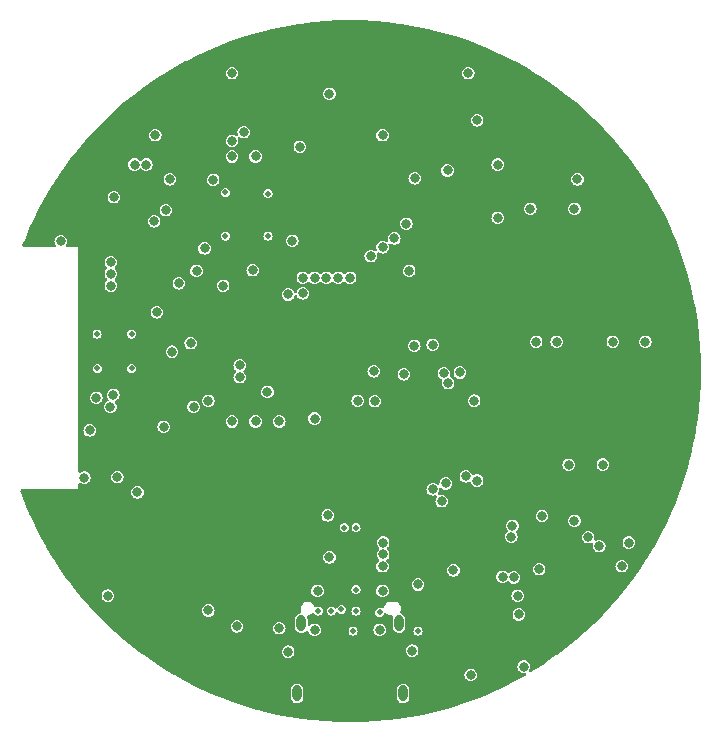
<source format=gbr>
%TF.GenerationSoftware,KiCad,Pcbnew,6.0.7+dfsg-1~bpo11+1*%
%TF.CreationDate,2022-09-06T20:28:50+02:00*%
%TF.ProjectId,pcb,7063622e-6b69-4636-9164-5f7063625858,0.1*%
%TF.SameCoordinates,Original*%
%TF.FileFunction,Copper,L3,Inr*%
%TF.FilePolarity,Positive*%
%FSLAX46Y46*%
G04 Gerber Fmt 4.6, Leading zero omitted, Abs format (unit mm)*
G04 Created by KiCad (PCBNEW 6.0.7+dfsg-1~bpo11+1) date 2022-09-06 20:28:50*
%MOMM*%
%LPD*%
G01*
G04 APERTURE LIST*
%TA.AperFunction,ComponentPad*%
%ADD10O,0.800000X1.400000*%
%TD*%
%TA.AperFunction,ViaPad*%
%ADD11C,0.800000*%
%TD*%
%TA.AperFunction,ViaPad*%
%ADD12C,0.500000*%
%TD*%
G04 APERTURE END LIST*
D10*
%TO.N,/Power/Shield*%
%TO.C,X1*%
X154130000Y-121330000D03*
X145510000Y-127280000D03*
X145870000Y-121330000D03*
X154490000Y-127280000D03*
%TD*%
D11*
%TO.N,BAT_PROT-*%
X157750000Y-111000000D03*
X163750000Y-113083500D03*
X157945647Y-100154500D03*
X154550000Y-100250000D03*
D12*
X143050000Y-84950000D03*
X143050000Y-88550000D03*
X139450000Y-88550000D03*
X139433033Y-84850659D03*
D11*
X145100000Y-88950000D03*
X137679648Y-89595395D03*
X138400000Y-83800000D03*
X162907440Y-117397922D03*
X155750000Y-118050000D03*
X163650000Y-114000000D03*
X159800000Y-108900000D03*
X157000000Y-110000000D03*
%TO.N,BAT-*%
X171400000Y-107900000D03*
X168508636Y-107916500D03*
%TO.N,BAT_PROT-*%
X133631500Y-95000000D03*
D12*
X128600000Y-99750000D03*
D11*
X127500000Y-109000000D03*
X150654500Y-102500000D03*
X159300000Y-100100000D03*
X171100000Y-114800000D03*
X134226600Y-104694135D03*
X152750000Y-80000000D03*
X140425500Y-121600000D03*
X144000000Y-121750000D03*
X134400000Y-86350000D03*
X152500000Y-121900000D03*
D12*
X128581487Y-96849500D03*
D11*
X158300000Y-101000000D03*
X133406500Y-87300000D03*
X127950000Y-105006500D03*
X140000000Y-80500000D03*
X155435168Y-97843971D03*
X130000000Y-85250000D03*
X163864909Y-117456110D03*
D12*
X131501485Y-96849500D03*
D11*
X164289105Y-120590820D03*
X129500000Y-119000000D03*
X158750000Y-116850000D03*
X147000000Y-121900000D03*
X130298000Y-108952000D03*
D12*
X152500000Y-120400000D03*
D11*
X148100000Y-112200000D03*
X173600000Y-114500000D03*
X164700000Y-125000000D03*
X152095500Y-102525000D03*
X140656500Y-100500000D03*
X144750000Y-93500000D03*
X140000000Y-74750000D03*
X160000000Y-74750000D03*
X147250000Y-118600000D03*
X160214000Y-125714000D03*
X152750000Y-118600000D03*
X164200000Y-119000000D03*
X144000000Y-104250000D03*
D12*
X147300000Y-120300000D03*
D11*
X169000000Y-112650000D03*
D12*
X131500000Y-99750000D03*
D11*
X155000000Y-91500000D03*
X140656500Y-99500000D03*
X158100000Y-109500000D03*
X125500000Y-89000000D03*
%TO.N,3.3V*%
X173750000Y-100250000D03*
X144000000Y-96250000D03*
X129500000Y-89500000D03*
X170750000Y-89250000D03*
X150950000Y-81250000D03*
X157250000Y-118250000D03*
X132706919Y-95095500D03*
X136250000Y-93350000D03*
X136000000Y-122750000D03*
X139500000Y-77250000D03*
X137000000Y-84000000D03*
X133250000Y-108500000D03*
X135800000Y-104700000D03*
X151000000Y-76500000D03*
X160206404Y-121587192D03*
X154404500Y-101250000D03*
X164500000Y-92750000D03*
X135250000Y-85000000D03*
X168843500Y-114250000D03*
X133250000Y-93000000D03*
X160000000Y-83000000D03*
X146750000Y-116843500D03*
X127250000Y-113750000D03*
X169000000Y-101000000D03*
X149000000Y-126250000D03*
X154847613Y-98564218D03*
X127600000Y-101900000D03*
X128260193Y-103685796D03*
X147750000Y-100000000D03*
X144250000Y-83750000D03*
X152000000Y-101000000D03*
X141250000Y-94500000D03*
X131000000Y-114250000D03*
X135000000Y-119000000D03*
X164000000Y-77500000D03*
X154575000Y-102325000D03*
X163500000Y-109000000D03*
X141250000Y-114000000D03*
%TO.N,CHRG_OUT*%
X160500000Y-102500000D03*
X157000000Y-97750000D03*
X166250000Y-112250000D03*
D12*
%TO.N,/Power/CC2*%
X155750000Y-122000000D03*
X150250000Y-121993500D03*
D11*
%TO.N,/Power/CHRG_STAT*%
X152750000Y-116500000D03*
X148250000Y-115750000D03*
%TO.N,/Power/~{CHRG_PG}*%
X155250000Y-123654500D03*
X144750000Y-123750000D03*
%TO.N,REGN*%
X160750000Y-109250000D03*
X166000000Y-116750000D03*
%TO.N,NRST*%
X129750000Y-90750000D03*
X145750000Y-81000000D03*
X131750000Y-82500000D03*
%TO.N,BTN0*%
X129750000Y-91750000D03*
X132750000Y-82500000D03*
%TO.N,BTN1*%
X162500000Y-87000000D03*
X162500000Y-82500000D03*
X129750000Y-92750000D03*
X139250000Y-92750000D03*
%TO.N,BAT_SENS*%
X136750000Y-103000000D03*
X129710210Y-103000000D03*
%TO.N,PHOTO*%
X138000000Y-102500000D03*
X152000000Y-100000000D03*
X129952500Y-102000000D03*
%TO.N,Net-(V2-Pad3)*%
X170156500Y-114038350D03*
X173000000Y-116500000D03*
D12*
%TO.N,USB_D-*%
X149500000Y-113250000D03*
D11*
X152790810Y-115501600D03*
D12*
%TO.N,USB_D+*%
X149256500Y-120149502D03*
D11*
X152790810Y-114498400D03*
D12*
X150500000Y-118500000D03*
X150500000Y-113250000D03*
D11*
%TO.N,RXD*%
X136500000Y-97616500D03*
X142000000Y-104250000D03*
%TO.N,TXD*%
X140000000Y-104250000D03*
X134921284Y-98349716D03*
%TO.N,DBG_LED*%
X132000000Y-110250000D03*
X128504500Y-102250000D03*
%TO.N,Ring0_0*%
X148250000Y-76500000D03*
%TO.N,Ring0_1*%
X141000000Y-79750000D03*
%TO.N,Ring0_2*%
X137000000Y-91500000D03*
X134750000Y-83750000D03*
X133500000Y-80000000D03*
%TO.N,Ring0_3*%
X141750000Y-91439000D03*
%TO.N,Ring0_4*%
X148000000Y-92093500D03*
%TO.N,Ring0_5*%
X150000000Y-92093500D03*
X138000000Y-120250000D03*
X146995500Y-104000000D03*
%TO.N,Ring0_6*%
X152750000Y-89500000D03*
%TO.N,Ring0_7*%
X154750000Y-87500000D03*
%TO.N,Ring0_8*%
X165250000Y-86250000D03*
X172250000Y-97500000D03*
X169000000Y-86250000D03*
%TO.N,Ring0_9*%
X175000000Y-97500000D03*
%TO.N,Ring0_10*%
X169250000Y-83750000D03*
%TO.N,Ring0_11*%
X160750000Y-78750000D03*
%TO.N,Ring1_0*%
X142000000Y-81813500D03*
%TO.N,Ring1_1*%
X140000000Y-81813500D03*
%TO.N,Ring1_2*%
X135500000Y-92550000D03*
%TO.N,Ring1_3*%
X143000000Y-101750000D03*
X146000000Y-93406500D03*
X146000000Y-92093500D03*
%TO.N,Ring1_4*%
X147000000Y-92093500D03*
%TO.N,Ring1_5*%
X149000000Y-92093500D03*
%TO.N,Ring1_6*%
X151750000Y-90250000D03*
%TO.N,Ring1_7*%
X153750000Y-88750000D03*
%TO.N,Ring1_8*%
X165750000Y-97500000D03*
%TO.N,Ring1_9*%
X167500000Y-97500000D03*
%TO.N,Ring1_10*%
X155472011Y-83655931D03*
%TO.N,Ring1_11*%
X158250000Y-83000000D03*
D12*
%TO.N,VBUS_CONN*%
X148400000Y-120299502D03*
X150500000Y-120299502D03*
%TD*%
%TA.AperFunction,Conductor*%
%TO.N,3.3V*%
G36*
X150786990Y-70289237D02*
G01*
X151035186Y-70293569D01*
X151039581Y-70293723D01*
X152071255Y-70347791D01*
X152075643Y-70348097D01*
X153104873Y-70438143D01*
X153109247Y-70438603D01*
X154134667Y-70564509D01*
X154139022Y-70565121D01*
X154406860Y-70607542D01*
X155159465Y-70726743D01*
X155163750Y-70727499D01*
X156177912Y-70924632D01*
X156182192Y-70925542D01*
X156971857Y-71107850D01*
X157188867Y-71157951D01*
X157193134Y-71159015D01*
X158191084Y-71426414D01*
X158195303Y-71427625D01*
X159183269Y-71729677D01*
X159187452Y-71731036D01*
X160164301Y-72067392D01*
X160168433Y-72068896D01*
X161132925Y-72439130D01*
X161137003Y-72440777D01*
X161559920Y-72620294D01*
X162088034Y-72844465D01*
X162092025Y-72846242D01*
X163028400Y-73282881D01*
X163032292Y-73284779D01*
X163849612Y-73701225D01*
X163952856Y-73753830D01*
X163956739Y-73755895D01*
X164860341Y-74256770D01*
X164864115Y-74258949D01*
X165749721Y-74791074D01*
X165753418Y-74793385D01*
X166086836Y-75009909D01*
X166619879Y-75356072D01*
X166623524Y-75358531D01*
X167469820Y-75951112D01*
X167473370Y-75953691D01*
X168209213Y-76508188D01*
X168298489Y-76575462D01*
X168301954Y-76578170D01*
X169104832Y-77228329D01*
X169108201Y-77231156D01*
X169887890Y-77908929D01*
X169891159Y-77911871D01*
X170646787Y-78616505D01*
X170649950Y-78619561D01*
X171380439Y-79350050D01*
X171383494Y-79353212D01*
X171497910Y-79475908D01*
X172088129Y-80108841D01*
X172091071Y-80112110D01*
X172768844Y-80891799D01*
X172771671Y-80895168D01*
X173137517Y-81346949D01*
X173397000Y-81667383D01*
X173421830Y-81698046D01*
X173424536Y-81701509D01*
X174026243Y-82500000D01*
X174046303Y-82526621D01*
X174048888Y-82530180D01*
X174641469Y-83376476D01*
X174643928Y-83380121D01*
X174744559Y-83535078D01*
X175187114Y-84216551D01*
X175206605Y-84246565D01*
X175208926Y-84250279D01*
X175731327Y-85119700D01*
X175741041Y-85135867D01*
X175743230Y-85139659D01*
X176061255Y-85713391D01*
X176244105Y-86043261D01*
X176246170Y-86047144D01*
X176715221Y-86967708D01*
X176717119Y-86971600D01*
X177153752Y-87907962D01*
X177155535Y-87911966D01*
X177291413Y-88232076D01*
X177559223Y-88862997D01*
X177560870Y-88867075D01*
X177931104Y-89831567D01*
X177932608Y-89835699D01*
X178268964Y-90812548D01*
X178270323Y-90816731D01*
X178363544Y-91121643D01*
X178544996Y-91715143D01*
X178572375Y-91804697D01*
X178573586Y-91808916D01*
X178715929Y-92340150D01*
X178840985Y-92806866D01*
X178842049Y-92811133D01*
X178859908Y-92888488D01*
X179068012Y-93789883D01*
X179074456Y-93817797D01*
X179075368Y-93822088D01*
X179252327Y-94732461D01*
X179272497Y-94836227D01*
X179273257Y-94840535D01*
X179339679Y-95259909D01*
X179434879Y-95860978D01*
X179435491Y-95865333D01*
X179561397Y-96890753D01*
X179561857Y-96895127D01*
X179651903Y-97924357D01*
X179652209Y-97928745D01*
X179706277Y-98960419D01*
X179706431Y-98964814D01*
X179709283Y-99128193D01*
X179724212Y-99983451D01*
X179724462Y-99997801D01*
X179724462Y-100002177D01*
X179711715Y-100732461D01*
X179706431Y-101035186D01*
X179706277Y-101039581D01*
X179652209Y-102071255D01*
X179651903Y-102075643D01*
X179561857Y-103104873D01*
X179561397Y-103109247D01*
X179435491Y-104134667D01*
X179434879Y-104139022D01*
X179414524Y-104267539D01*
X179296188Y-105014688D01*
X179273261Y-105159442D01*
X179272501Y-105163750D01*
X179199059Y-105541578D01*
X179075370Y-106177901D01*
X179074456Y-106182203D01*
X178842049Y-107188867D01*
X178840985Y-107193134D01*
X178790358Y-107382076D01*
X178578139Y-108174092D01*
X178573588Y-108191075D01*
X178572377Y-108195295D01*
X178504642Y-108416846D01*
X178270323Y-109183269D01*
X178268964Y-109187452D01*
X177932608Y-110164301D01*
X177931104Y-110168433D01*
X177560870Y-111132925D01*
X177559223Y-111137003D01*
X177420680Y-111463391D01*
X177203130Y-111975908D01*
X177155541Y-112088020D01*
X177153758Y-112092025D01*
X176717119Y-113028400D01*
X176715221Y-113032292D01*
X176408002Y-113635243D01*
X176246170Y-113952856D01*
X176244105Y-113956739D01*
X176229463Y-113983154D01*
X175781217Y-114791812D01*
X175743240Y-114860324D01*
X175741051Y-114864115D01*
X175208936Y-115749705D01*
X175206615Y-115753418D01*
X174997587Y-116075293D01*
X174643928Y-116619879D01*
X174641469Y-116623524D01*
X174048888Y-117469820D01*
X174046309Y-117473370D01*
X173443323Y-118273560D01*
X173424538Y-118298489D01*
X173421830Y-118301954D01*
X172771671Y-119104832D01*
X172768844Y-119108201D01*
X172091071Y-119887890D01*
X172088129Y-119891159D01*
X171991440Y-119994845D01*
X171410710Y-120617603D01*
X171383495Y-120646787D01*
X171380439Y-120649950D01*
X170649950Y-121380439D01*
X170646788Y-121383494D01*
X170324715Y-121683832D01*
X169891159Y-122088129D01*
X169887890Y-122091071D01*
X169108201Y-122768844D01*
X169104832Y-122771671D01*
X168345014Y-123386961D01*
X168301954Y-123421830D01*
X168298491Y-123424536D01*
X167484553Y-124037883D01*
X167473379Y-124046303D01*
X167469820Y-124048888D01*
X166623524Y-124641469D01*
X166619879Y-124643928D01*
X166296578Y-124853883D01*
X165753418Y-125206615D01*
X165749721Y-125208926D01*
X165547193Y-125330617D01*
X165314115Y-125470664D01*
X165245422Y-125488604D01*
X165177935Y-125466557D01*
X165133081Y-125411525D01*
X165125100Y-125340978D01*
X165149257Y-125285959D01*
X165163391Y-125267539D01*
X165216846Y-125138488D01*
X165235078Y-125000000D01*
X165216846Y-124861512D01*
X165163391Y-124732461D01*
X165078357Y-124621643D01*
X164967539Y-124536609D01*
X164838488Y-124483154D01*
X164700000Y-124464922D01*
X164561512Y-124483154D01*
X164432461Y-124536609D01*
X164321643Y-124621643D01*
X164236609Y-124732461D01*
X164183154Y-124861512D01*
X164164922Y-125000000D01*
X164183154Y-125138488D01*
X164236609Y-125267539D01*
X164321643Y-125378357D01*
X164432461Y-125463391D01*
X164561512Y-125516846D01*
X164700000Y-125535078D01*
X164708188Y-125534000D01*
X164708190Y-125534000D01*
X164744789Y-125529182D01*
X164814938Y-125540122D01*
X164868036Y-125587250D01*
X164887225Y-125655605D01*
X164866413Y-125723482D01*
X164822321Y-125764305D01*
X164430421Y-125981539D01*
X163956739Y-126244105D01*
X163952856Y-126246170D01*
X163947149Y-126249078D01*
X163032292Y-126715221D01*
X163028400Y-126717119D01*
X162092025Y-127153758D01*
X162088034Y-127155535D01*
X161559920Y-127379706D01*
X161137003Y-127559223D01*
X161132925Y-127560870D01*
X160168433Y-127931104D01*
X160164301Y-127932608D01*
X159187452Y-128268964D01*
X159183269Y-128270323D01*
X158195303Y-128572375D01*
X158191084Y-128573586D01*
X157499826Y-128758807D01*
X157193134Y-128840985D01*
X157188867Y-128842049D01*
X156182192Y-129074458D01*
X156177912Y-129075368D01*
X155163750Y-129272501D01*
X155159465Y-129273257D01*
X154479347Y-129380977D01*
X154139022Y-129434879D01*
X154134667Y-129435491D01*
X153109247Y-129561397D01*
X153104873Y-129561857D01*
X152075643Y-129651903D01*
X152071255Y-129652209D01*
X151039581Y-129706277D01*
X151035186Y-129706431D01*
X150786990Y-129710763D01*
X150002177Y-129724462D01*
X149997823Y-129724462D01*
X149213010Y-129710763D01*
X148964814Y-129706431D01*
X148960419Y-129706277D01*
X147928745Y-129652209D01*
X147924357Y-129651903D01*
X146895127Y-129561857D01*
X146890753Y-129561397D01*
X145865333Y-129435491D01*
X145860978Y-129434879D01*
X145520653Y-129380977D01*
X144840535Y-129273257D01*
X144836250Y-129272501D01*
X143822088Y-129075368D01*
X143817808Y-129074458D01*
X142811133Y-128842049D01*
X142806866Y-128840985D01*
X142500174Y-128758807D01*
X141808916Y-128573586D01*
X141804697Y-128572375D01*
X140816731Y-128270323D01*
X140812548Y-128268964D01*
X139835699Y-127932608D01*
X139831567Y-127931104D01*
X139011769Y-127616413D01*
X144979500Y-127616413D01*
X144980082Y-127620658D01*
X144980082Y-127620665D01*
X144986096Y-127664566D01*
X144994238Y-127724003D01*
X144997650Y-127731887D01*
X144997650Y-127731888D01*
X145048552Y-127849516D01*
X145048554Y-127849519D01*
X145051963Y-127857397D01*
X145143433Y-127970354D01*
X145261911Y-128054551D01*
X145398666Y-128103786D01*
X145407226Y-128104415D01*
X145407228Y-128104415D01*
X145482201Y-128109920D01*
X145543624Y-128114431D01*
X145686104Y-128085702D01*
X145815610Y-128019716D01*
X145876551Y-127963678D01*
X145916274Y-127927151D01*
X145922601Y-127921333D01*
X145999193Y-127797803D01*
X146039743Y-127658226D01*
X146040500Y-127647918D01*
X146040500Y-127616413D01*
X153959500Y-127616413D01*
X153960082Y-127620658D01*
X153960082Y-127620665D01*
X153966096Y-127664566D01*
X153974238Y-127724003D01*
X153977650Y-127731887D01*
X153977650Y-127731888D01*
X154028552Y-127849516D01*
X154028554Y-127849519D01*
X154031963Y-127857397D01*
X154123433Y-127970354D01*
X154241911Y-128054551D01*
X154378666Y-128103786D01*
X154387226Y-128104415D01*
X154387228Y-128104415D01*
X154462201Y-128109920D01*
X154523624Y-128114431D01*
X154666104Y-128085702D01*
X154795610Y-128019716D01*
X154856551Y-127963678D01*
X154896274Y-127927151D01*
X154902601Y-127921333D01*
X154979193Y-127797803D01*
X155019743Y-127658226D01*
X155020500Y-127647918D01*
X155020500Y-126943587D01*
X155016185Y-126912082D01*
X155006928Y-126844511D01*
X155005762Y-126835997D01*
X154973826Y-126762197D01*
X154951448Y-126710484D01*
X154951446Y-126710481D01*
X154948037Y-126702603D01*
X154856567Y-126589646D01*
X154738089Y-126505449D01*
X154601334Y-126456214D01*
X154592774Y-126455585D01*
X154592772Y-126455585D01*
X154517799Y-126450080D01*
X154456376Y-126445569D01*
X154313896Y-126474298D01*
X154184390Y-126540284D01*
X154077399Y-126638667D01*
X154000807Y-126762197D01*
X153960257Y-126901774D01*
X153959500Y-126912082D01*
X153959500Y-127616413D01*
X146040500Y-127616413D01*
X146040500Y-126943587D01*
X146036185Y-126912082D01*
X146026928Y-126844511D01*
X146025762Y-126835997D01*
X145993826Y-126762197D01*
X145971448Y-126710484D01*
X145971446Y-126710481D01*
X145968037Y-126702603D01*
X145876567Y-126589646D01*
X145758089Y-126505449D01*
X145621334Y-126456214D01*
X145612774Y-126455585D01*
X145612772Y-126455585D01*
X145537799Y-126450080D01*
X145476376Y-126445569D01*
X145333896Y-126474298D01*
X145204390Y-126540284D01*
X145097399Y-126638667D01*
X145020807Y-126762197D01*
X144980257Y-126901774D01*
X144979500Y-126912082D01*
X144979500Y-127616413D01*
X139011769Y-127616413D01*
X138867075Y-127560870D01*
X138862997Y-127559223D01*
X138440080Y-127379706D01*
X137911966Y-127155535D01*
X137907975Y-127153758D01*
X136971600Y-126717119D01*
X136967708Y-126715221D01*
X136052851Y-126249078D01*
X136047144Y-126246170D01*
X136043261Y-126244105D01*
X135569579Y-125981539D01*
X135139659Y-125743230D01*
X135135885Y-125741051D01*
X135090865Y-125714000D01*
X159678922Y-125714000D01*
X159697154Y-125852488D01*
X159750609Y-125981539D01*
X159835643Y-126092357D01*
X159946461Y-126177391D01*
X160075512Y-126230846D01*
X160214000Y-126249078D01*
X160222188Y-126248000D01*
X160344300Y-126231924D01*
X160352488Y-126230846D01*
X160481539Y-126177391D01*
X160592357Y-126092357D01*
X160677391Y-125981539D01*
X160730846Y-125852488D01*
X160749078Y-125714000D01*
X160730846Y-125575512D01*
X160677391Y-125446461D01*
X160592357Y-125335643D01*
X160481539Y-125250609D01*
X160352488Y-125197154D01*
X160214000Y-125178922D01*
X160075512Y-125197154D01*
X159946461Y-125250609D01*
X159835643Y-125335643D01*
X159750609Y-125446461D01*
X159697154Y-125575512D01*
X159678922Y-125714000D01*
X135090865Y-125714000D01*
X134250279Y-125208926D01*
X134246582Y-125206615D01*
X133703422Y-124853883D01*
X133380121Y-124643928D01*
X133376476Y-124641469D01*
X132530180Y-124048888D01*
X132526621Y-124046303D01*
X132515448Y-124037883D01*
X132133414Y-123750000D01*
X144214922Y-123750000D01*
X144233154Y-123888488D01*
X144286609Y-124017539D01*
X144371643Y-124128357D01*
X144482461Y-124213391D01*
X144611512Y-124266846D01*
X144750000Y-124285078D01*
X144758188Y-124284000D01*
X144880300Y-124267924D01*
X144888488Y-124266846D01*
X145017539Y-124213391D01*
X145128357Y-124128357D01*
X145213391Y-124017539D01*
X145266846Y-123888488D01*
X145285078Y-123750000D01*
X145272505Y-123654500D01*
X154714922Y-123654500D01*
X154733154Y-123792988D01*
X154786609Y-123922039D01*
X154871643Y-124032857D01*
X154982461Y-124117891D01*
X155111512Y-124171346D01*
X155250000Y-124189578D01*
X155258188Y-124188500D01*
X155380300Y-124172424D01*
X155388488Y-124171346D01*
X155517539Y-124117891D01*
X155628357Y-124032857D01*
X155713391Y-123922039D01*
X155766846Y-123792988D01*
X155785078Y-123654500D01*
X155766846Y-123516012D01*
X155713391Y-123386961D01*
X155628357Y-123276143D01*
X155517539Y-123191109D01*
X155388488Y-123137654D01*
X155250000Y-123119422D01*
X155111512Y-123137654D01*
X154982461Y-123191109D01*
X154871643Y-123276143D01*
X154786609Y-123386961D01*
X154733154Y-123516012D01*
X154714922Y-123654500D01*
X145272505Y-123654500D01*
X145266846Y-123611512D01*
X145213391Y-123482461D01*
X145128357Y-123371643D01*
X145017539Y-123286609D01*
X144888488Y-123233154D01*
X144750000Y-123214922D01*
X144611512Y-123233154D01*
X144482461Y-123286609D01*
X144371643Y-123371643D01*
X144286609Y-123482461D01*
X144233154Y-123611512D01*
X144214922Y-123750000D01*
X132133414Y-123750000D01*
X131701509Y-123424536D01*
X131698046Y-123421830D01*
X131654987Y-123386961D01*
X130895168Y-122771671D01*
X130891799Y-122768844D01*
X130112110Y-122091071D01*
X130108841Y-122088129D01*
X129675285Y-121683832D01*
X129585386Y-121600000D01*
X139890422Y-121600000D01*
X139908654Y-121738488D01*
X139962109Y-121867539D01*
X140047143Y-121978357D01*
X140157961Y-122063391D01*
X140287012Y-122116846D01*
X140295200Y-122117924D01*
X140324695Y-122121807D01*
X140425500Y-122135078D01*
X140433688Y-122134000D01*
X140555800Y-122117924D01*
X140563988Y-122116846D01*
X140693039Y-122063391D01*
X140803857Y-121978357D01*
X140888891Y-121867539D01*
X140937578Y-121750000D01*
X143464922Y-121750000D01*
X143483154Y-121888488D01*
X143536609Y-122017539D01*
X143621643Y-122128357D01*
X143732461Y-122213391D01*
X143861512Y-122266846D01*
X144000000Y-122285078D01*
X144008188Y-122284000D01*
X144130300Y-122267924D01*
X144138488Y-122266846D01*
X144267539Y-122213391D01*
X144378357Y-122128357D01*
X144463391Y-122017539D01*
X144516846Y-121888488D01*
X144535078Y-121750000D01*
X144524074Y-121666413D01*
X145339500Y-121666413D01*
X145340082Y-121670658D01*
X145340082Y-121670665D01*
X145344326Y-121701645D01*
X145354238Y-121774003D01*
X145357650Y-121781887D01*
X145357650Y-121781888D01*
X145408552Y-121899516D01*
X145408554Y-121899519D01*
X145411963Y-121907397D01*
X145503433Y-122020354D01*
X145510435Y-122025330D01*
X145510436Y-122025331D01*
X145564707Y-122063899D01*
X145621911Y-122104551D01*
X145758666Y-122153786D01*
X145767226Y-122154415D01*
X145767228Y-122154415D01*
X145842046Y-122159909D01*
X145903624Y-122164431D01*
X146046104Y-122135702D01*
X146175610Y-122069716D01*
X146276821Y-121976648D01*
X146340503Y-121945262D01*
X146411045Y-121953288D01*
X146466049Y-121998177D01*
X146482576Y-122034095D01*
X146483154Y-122038488D01*
X146536609Y-122167539D01*
X146621643Y-122278357D01*
X146732461Y-122363391D01*
X146861512Y-122416846D01*
X147000000Y-122435078D01*
X147008188Y-122434000D01*
X147130300Y-122417924D01*
X147138488Y-122416846D01*
X147267539Y-122363391D01*
X147378357Y-122278357D01*
X147463391Y-122167539D01*
X147516846Y-122038488D01*
X147522769Y-121993500D01*
X149864757Y-121993500D01*
X149866308Y-122003293D01*
X149880211Y-122091071D01*
X149883612Y-122112547D01*
X149938332Y-122219940D01*
X150023560Y-122305168D01*
X150130953Y-122359888D01*
X150140742Y-122361438D01*
X150140744Y-122361439D01*
X150240207Y-122377192D01*
X150250000Y-122378743D01*
X150259793Y-122377192D01*
X150359256Y-122361439D01*
X150359258Y-122361438D01*
X150369047Y-122359888D01*
X150476440Y-122305168D01*
X150561668Y-122219940D01*
X150616388Y-122112547D01*
X150619790Y-122091071D01*
X150633692Y-122003293D01*
X150635243Y-121993500D01*
X150620434Y-121900000D01*
X151964922Y-121900000D01*
X151983154Y-122038488D01*
X152036609Y-122167539D01*
X152121643Y-122278357D01*
X152232461Y-122363391D01*
X152361512Y-122416846D01*
X152500000Y-122435078D01*
X152508188Y-122434000D01*
X152630300Y-122417924D01*
X152638488Y-122416846D01*
X152767539Y-122363391D01*
X152878357Y-122278357D01*
X152963391Y-122167539D01*
X153016846Y-122038488D01*
X153035078Y-121900000D01*
X153016846Y-121761512D01*
X152963391Y-121632461D01*
X152878357Y-121521643D01*
X152767539Y-121436609D01*
X152638488Y-121383154D01*
X152500000Y-121364922D01*
X152361512Y-121383154D01*
X152232461Y-121436609D01*
X152121643Y-121521643D01*
X152036609Y-121632461D01*
X151983154Y-121761512D01*
X151964922Y-121900000D01*
X150620434Y-121900000D01*
X150619819Y-121896117D01*
X150617939Y-121884244D01*
X150617938Y-121884242D01*
X150616388Y-121874453D01*
X150561668Y-121767060D01*
X150476440Y-121681832D01*
X150369047Y-121627112D01*
X150359258Y-121625562D01*
X150359256Y-121625561D01*
X150259793Y-121609808D01*
X150250000Y-121608257D01*
X150240207Y-121609808D01*
X150140744Y-121625561D01*
X150140742Y-121625562D01*
X150130953Y-121627112D01*
X150023560Y-121681832D01*
X149938332Y-121767060D01*
X149883612Y-121874453D01*
X149882062Y-121884242D01*
X149882061Y-121884244D01*
X149880181Y-121896117D01*
X149864757Y-121993500D01*
X147522769Y-121993500D01*
X147535078Y-121900000D01*
X147516846Y-121761512D01*
X147463391Y-121632461D01*
X147378357Y-121521643D01*
X147267539Y-121436609D01*
X147138488Y-121383154D01*
X147000000Y-121364922D01*
X146861512Y-121383154D01*
X146732461Y-121436609D01*
X146621643Y-121521643D01*
X146616617Y-121528193D01*
X146615595Y-121529215D01*
X146553283Y-121563241D01*
X146482468Y-121558176D01*
X146425632Y-121515629D01*
X146400821Y-121449109D01*
X146400500Y-121440120D01*
X146400500Y-120993587D01*
X146397157Y-120969177D01*
X146386928Y-120894511D01*
X146385762Y-120885997D01*
X146362131Y-120831389D01*
X146353434Y-120760929D01*
X146384211Y-120696950D01*
X146444693Y-120659768D01*
X146461322Y-120656427D01*
X146543092Y-120645662D01*
X146551280Y-120644584D01*
X146692250Y-120586192D01*
X146775123Y-120522601D01*
X146808842Y-120496728D01*
X146875062Y-120471128D01*
X146944611Y-120485393D01*
X146985524Y-120520930D01*
X146988332Y-120526440D01*
X147073560Y-120611668D01*
X147180953Y-120666388D01*
X147190742Y-120667938D01*
X147190744Y-120667939D01*
X147290207Y-120683692D01*
X147300000Y-120685243D01*
X147309793Y-120683692D01*
X147409256Y-120667939D01*
X147409258Y-120667938D01*
X147419047Y-120666388D01*
X147526440Y-120611668D01*
X147611668Y-120526440D01*
X147666388Y-120419047D01*
X147668693Y-120404498D01*
X147683692Y-120309793D01*
X147685243Y-120300000D01*
X147685164Y-120299502D01*
X148014757Y-120299502D01*
X148016308Y-120309295D01*
X148031387Y-120404498D01*
X148033612Y-120418549D01*
X148088332Y-120525942D01*
X148173560Y-120611170D01*
X148280953Y-120665890D01*
X148290742Y-120667440D01*
X148290744Y-120667441D01*
X148390207Y-120683194D01*
X148400000Y-120684745D01*
X148409793Y-120683194D01*
X148509256Y-120667441D01*
X148509258Y-120667440D01*
X148519047Y-120665890D01*
X148626440Y-120611170D01*
X148711668Y-120525942D01*
X148719838Y-120509909D01*
X148762269Y-120426633D01*
X148811018Y-120375018D01*
X148879933Y-120357952D01*
X148947134Y-120380853D01*
X148963631Y-120394741D01*
X149030060Y-120461170D01*
X149137453Y-120515890D01*
X149147242Y-120517440D01*
X149147244Y-120517441D01*
X149246707Y-120533194D01*
X149256500Y-120534745D01*
X149266293Y-120533194D01*
X149365756Y-120517441D01*
X149365758Y-120517440D01*
X149375547Y-120515890D01*
X149482940Y-120461170D01*
X149568168Y-120375942D01*
X149607117Y-120299502D01*
X150114757Y-120299502D01*
X150116308Y-120309295D01*
X150131387Y-120404498D01*
X150133612Y-120418549D01*
X150188332Y-120525942D01*
X150273560Y-120611170D01*
X150380953Y-120665890D01*
X150390742Y-120667440D01*
X150390744Y-120667441D01*
X150490207Y-120683194D01*
X150500000Y-120684745D01*
X150509793Y-120683194D01*
X150609256Y-120667441D01*
X150609258Y-120667440D01*
X150619047Y-120665890D01*
X150726440Y-120611170D01*
X150811668Y-120525942D01*
X150866388Y-120418549D01*
X150868614Y-120404498D01*
X150869326Y-120400000D01*
X152114757Y-120400000D01*
X152116308Y-120409793D01*
X152131489Y-120505641D01*
X152133612Y-120519047D01*
X152188332Y-120626440D01*
X152273560Y-120711668D01*
X152380953Y-120766388D01*
X152390742Y-120767938D01*
X152390744Y-120767939D01*
X152490207Y-120783692D01*
X152500000Y-120785243D01*
X152509793Y-120783692D01*
X152609256Y-120767939D01*
X152609258Y-120767938D01*
X152619047Y-120766388D01*
X152726440Y-120711668D01*
X152811668Y-120626440D01*
X152816169Y-120617607D01*
X152816172Y-120617603D01*
X152854910Y-120541576D01*
X152903658Y-120489961D01*
X152972573Y-120472895D01*
X153043880Y-120498817D01*
X153151194Y-120581162D01*
X153151197Y-120581164D01*
X153157750Y-120586192D01*
X153298720Y-120644584D01*
X153306908Y-120645662D01*
X153388678Y-120656427D01*
X153412020Y-120659500D01*
X153517354Y-120659500D01*
X153585475Y-120679502D01*
X153631968Y-120733158D01*
X153642072Y-120803432D01*
X153638352Y-120820647D01*
X153600257Y-120951774D01*
X153599500Y-120962082D01*
X153599500Y-121666413D01*
X153600082Y-121670658D01*
X153600082Y-121670665D01*
X153604326Y-121701645D01*
X153614238Y-121774003D01*
X153617650Y-121781887D01*
X153617650Y-121781888D01*
X153668552Y-121899516D01*
X153668554Y-121899519D01*
X153671963Y-121907397D01*
X153763433Y-122020354D01*
X153770435Y-122025330D01*
X153770436Y-122025331D01*
X153824707Y-122063899D01*
X153881911Y-122104551D01*
X154018666Y-122153786D01*
X154027226Y-122154415D01*
X154027228Y-122154415D01*
X154102046Y-122159909D01*
X154163624Y-122164431D01*
X154306104Y-122135702D01*
X154435610Y-122069716D01*
X154511426Y-122000000D01*
X155364757Y-122000000D01*
X155366308Y-122009793D01*
X155376417Y-122073617D01*
X155383612Y-122119047D01*
X155438332Y-122226440D01*
X155523560Y-122311668D01*
X155630953Y-122366388D01*
X155640742Y-122367938D01*
X155640744Y-122367939D01*
X155740207Y-122383692D01*
X155750000Y-122385243D01*
X155759793Y-122383692D01*
X155859256Y-122367939D01*
X155859258Y-122367938D01*
X155869047Y-122366388D01*
X155976440Y-122311668D01*
X156061668Y-122226440D01*
X156116388Y-122119047D01*
X156123584Y-122073617D01*
X156133692Y-122009793D01*
X156135243Y-122000000D01*
X156133692Y-121990207D01*
X156117939Y-121890744D01*
X156117938Y-121890742D01*
X156116388Y-121880953D01*
X156061668Y-121773560D01*
X155976440Y-121688332D01*
X155869047Y-121633612D01*
X155859258Y-121632062D01*
X155859256Y-121632061D01*
X155759793Y-121616308D01*
X155750000Y-121614757D01*
X155740207Y-121616308D01*
X155640744Y-121632061D01*
X155640742Y-121632062D01*
X155630953Y-121633612D01*
X155523560Y-121688332D01*
X155438332Y-121773560D01*
X155383612Y-121880953D01*
X155382062Y-121890742D01*
X155382061Y-121890744D01*
X155366308Y-121990207D01*
X155364757Y-122000000D01*
X154511426Y-122000000D01*
X154542601Y-121971333D01*
X154553790Y-121953288D01*
X154614666Y-121855104D01*
X154619193Y-121847803D01*
X154659743Y-121708226D01*
X154660500Y-121697918D01*
X154660500Y-120993587D01*
X154657157Y-120969177D01*
X154646928Y-120894511D01*
X154645762Y-120885997D01*
X154630500Y-120850729D01*
X154591448Y-120760484D01*
X154591446Y-120760481D01*
X154588037Y-120752603D01*
X154496567Y-120639646D01*
X154477985Y-120626440D01*
X154427862Y-120590820D01*
X163754027Y-120590820D01*
X163755105Y-120599008D01*
X163770580Y-120716551D01*
X163772259Y-120729308D01*
X163825714Y-120858359D01*
X163910748Y-120969177D01*
X164021566Y-121054211D01*
X164150617Y-121107666D01*
X164289105Y-121125898D01*
X164297293Y-121124820D01*
X164419405Y-121108744D01*
X164427593Y-121107666D01*
X164556644Y-121054211D01*
X164667462Y-120969177D01*
X164752496Y-120858359D01*
X164805951Y-120729308D01*
X164807631Y-120716551D01*
X164823105Y-120599008D01*
X164824183Y-120590820D01*
X164810905Y-120489961D01*
X164807029Y-120460520D01*
X164805951Y-120452332D01*
X164752496Y-120323281D01*
X164667462Y-120212463D01*
X164556644Y-120127429D01*
X164427593Y-120073974D01*
X164289105Y-120055742D01*
X164150617Y-120073974D01*
X164021566Y-120127429D01*
X163910748Y-120212463D01*
X163825714Y-120323281D01*
X163772259Y-120452332D01*
X163771181Y-120460520D01*
X163767305Y-120489961D01*
X163754027Y-120590820D01*
X154427862Y-120590820D01*
X154385091Y-120560425D01*
X154378089Y-120555449D01*
X154330248Y-120538225D01*
X154272930Y-120496329D01*
X154247362Y-120430097D01*
X154256521Y-120371456D01*
X154311424Y-120238909D01*
X154311425Y-120238906D01*
X154314584Y-120231280D01*
X154334500Y-120080000D01*
X154322366Y-119987834D01*
X154315662Y-119936908D01*
X154314584Y-119928720D01*
X154309237Y-119915810D01*
X154298369Y-119889573D01*
X154256192Y-119787750D01*
X154163304Y-119666696D01*
X154042250Y-119573808D01*
X153901280Y-119515416D01*
X153787980Y-119500500D01*
X153412020Y-119500500D01*
X153298720Y-119515416D01*
X153157750Y-119573808D01*
X153036696Y-119666696D01*
X152943808Y-119787750D01*
X152901631Y-119889573D01*
X152890764Y-119915810D01*
X152885416Y-119928720D01*
X152884338Y-119936908D01*
X152879001Y-119977447D01*
X152850279Y-120042374D01*
X152791013Y-120081466D01*
X152720022Y-120082311D01*
X152696876Y-120073268D01*
X152636243Y-120042374D01*
X152619047Y-120033612D01*
X152609258Y-120032062D01*
X152609256Y-120032061D01*
X152509793Y-120016308D01*
X152500000Y-120014757D01*
X152490207Y-120016308D01*
X152390744Y-120032061D01*
X152390742Y-120032062D01*
X152380953Y-120033612D01*
X152273560Y-120088332D01*
X152188332Y-120173560D01*
X152133612Y-120280953D01*
X152132062Y-120290742D01*
X152132061Y-120290744D01*
X152117457Y-120382953D01*
X152114757Y-120400000D01*
X150869326Y-120400000D01*
X150883692Y-120309295D01*
X150885243Y-120299502D01*
X150871458Y-120212463D01*
X150867939Y-120190246D01*
X150867938Y-120190244D01*
X150866388Y-120180455D01*
X150811668Y-120073062D01*
X150726440Y-119987834D01*
X150619047Y-119933114D01*
X150609258Y-119931564D01*
X150609256Y-119931563D01*
X150509793Y-119915810D01*
X150500000Y-119914259D01*
X150490207Y-119915810D01*
X150390744Y-119931563D01*
X150390742Y-119931564D01*
X150380953Y-119933114D01*
X150273560Y-119987834D01*
X150188332Y-120073062D01*
X150133612Y-120180455D01*
X150132062Y-120190244D01*
X150132061Y-120190246D01*
X150128542Y-120212463D01*
X150114757Y-120299502D01*
X149607117Y-120299502D01*
X149622888Y-120268549D01*
X149627583Y-120238909D01*
X149640192Y-120159295D01*
X149641743Y-120149502D01*
X149629438Y-120071812D01*
X149624439Y-120040246D01*
X149624438Y-120040244D01*
X149622888Y-120030455D01*
X149568168Y-119923062D01*
X149482940Y-119837834D01*
X149375547Y-119783114D01*
X149365758Y-119781564D01*
X149365756Y-119781563D01*
X149266293Y-119765810D01*
X149256500Y-119764259D01*
X149246707Y-119765810D01*
X149147244Y-119781563D01*
X149147242Y-119781564D01*
X149137453Y-119783114D01*
X149030060Y-119837834D01*
X148944832Y-119923062D01*
X148940332Y-119931894D01*
X148940331Y-119931895D01*
X148894231Y-120022371D01*
X148845482Y-120073986D01*
X148776567Y-120091052D01*
X148709366Y-120068151D01*
X148692869Y-120054263D01*
X148626440Y-119987834D01*
X148519047Y-119933114D01*
X148509258Y-119931564D01*
X148509256Y-119931563D01*
X148409793Y-119915810D01*
X148400000Y-119914259D01*
X148390207Y-119915810D01*
X148290744Y-119931563D01*
X148290742Y-119931564D01*
X148280953Y-119933114D01*
X148173560Y-119987834D01*
X148088332Y-120073062D01*
X148033612Y-120180455D01*
X148032062Y-120190244D01*
X148032061Y-120190246D01*
X148028542Y-120212463D01*
X148014757Y-120299502D01*
X147685164Y-120299502D01*
X147666388Y-120180953D01*
X147611668Y-120073560D01*
X147526440Y-119988332D01*
X147419047Y-119933612D01*
X147409258Y-119932062D01*
X147409256Y-119932061D01*
X147309793Y-119916308D01*
X147300000Y-119914757D01*
X147290207Y-119916308D01*
X147190744Y-119932061D01*
X147190742Y-119932062D01*
X147180953Y-119933612D01*
X147172122Y-119938112D01*
X147172118Y-119938113D01*
X147125415Y-119961910D01*
X147055638Y-119975015D01*
X146989853Y-119948315D01*
X146951802Y-119897862D01*
X146906192Y-119787750D01*
X146813304Y-119666696D01*
X146692250Y-119573808D01*
X146551280Y-119515416D01*
X146437980Y-119500500D01*
X146362020Y-119500500D01*
X146248720Y-119515416D01*
X146107750Y-119573808D01*
X145986696Y-119666696D01*
X145893808Y-119787750D01*
X145851631Y-119889573D01*
X145840764Y-119915810D01*
X145835416Y-119928720D01*
X145834338Y-119936908D01*
X145827634Y-119987834D01*
X145815500Y-120080000D01*
X145835416Y-120231280D01*
X145877927Y-120333911D01*
X145885516Y-120404498D01*
X145853737Y-120467985D01*
X145786423Y-120505641D01*
X145749318Y-120513123D01*
X145693896Y-120524298D01*
X145564390Y-120590284D01*
X145558064Y-120596101D01*
X145488827Y-120659768D01*
X145457399Y-120688667D01*
X145452871Y-120695969D01*
X145452870Y-120695971D01*
X145440110Y-120716551D01*
X145380807Y-120812197D01*
X145378411Y-120820446D01*
X145378410Y-120820447D01*
X145375231Y-120831390D01*
X145340257Y-120951774D01*
X145339500Y-120962082D01*
X145339500Y-121666413D01*
X144524074Y-121666413D01*
X144520348Y-121638113D01*
X144517924Y-121619700D01*
X144516846Y-121611512D01*
X144463391Y-121482461D01*
X144378357Y-121371643D01*
X144267539Y-121286609D01*
X144138488Y-121233154D01*
X144000000Y-121214922D01*
X143861512Y-121233154D01*
X143732461Y-121286609D01*
X143621643Y-121371643D01*
X143536609Y-121482461D01*
X143483154Y-121611512D01*
X143482076Y-121619700D01*
X143479652Y-121638113D01*
X143464922Y-121750000D01*
X140937578Y-121750000D01*
X140942346Y-121738488D01*
X140960578Y-121600000D01*
X140942346Y-121461512D01*
X140937209Y-121449109D01*
X140907834Y-121378193D01*
X140888891Y-121332461D01*
X140803857Y-121221643D01*
X140693039Y-121136609D01*
X140563988Y-121083154D01*
X140425500Y-121064922D01*
X140287012Y-121083154D01*
X140157961Y-121136609D01*
X140047143Y-121221643D01*
X139962109Y-121332461D01*
X139943166Y-121378193D01*
X139913792Y-121449109D01*
X139908654Y-121461512D01*
X139890422Y-121600000D01*
X129585386Y-121600000D01*
X129353212Y-121383494D01*
X129350050Y-121380439D01*
X128619561Y-120649950D01*
X128616505Y-120646787D01*
X128589291Y-120617603D01*
X128246496Y-120250000D01*
X137464922Y-120250000D01*
X137483154Y-120388488D01*
X137536609Y-120517539D01*
X137621643Y-120628357D01*
X137732461Y-120713391D01*
X137861512Y-120766846D01*
X138000000Y-120785078D01*
X138008188Y-120784000D01*
X138130300Y-120767924D01*
X138138488Y-120766846D01*
X138267539Y-120713391D01*
X138378357Y-120628357D01*
X138463391Y-120517539D01*
X138516846Y-120388488D01*
X138535078Y-120250000D01*
X138519604Y-120132458D01*
X138517924Y-120119700D01*
X138516846Y-120111512D01*
X138463391Y-119982461D01*
X138378357Y-119871643D01*
X138267539Y-119786609D01*
X138138488Y-119733154D01*
X138000000Y-119714922D01*
X137861512Y-119733154D01*
X137732461Y-119786609D01*
X137621643Y-119871643D01*
X137536609Y-119982461D01*
X137483154Y-120111512D01*
X137482076Y-120119700D01*
X137480396Y-120132458D01*
X137464922Y-120250000D01*
X128246496Y-120250000D01*
X128008560Y-119994845D01*
X127911871Y-119891159D01*
X127908929Y-119887890D01*
X127231156Y-119108201D01*
X127228329Y-119104832D01*
X127143438Y-119000000D01*
X128964922Y-119000000D01*
X128983154Y-119138488D01*
X129036609Y-119267539D01*
X129121643Y-119378357D01*
X129232461Y-119463391D01*
X129361512Y-119516846D01*
X129500000Y-119535078D01*
X129508188Y-119534000D01*
X129630300Y-119517924D01*
X129638488Y-119516846D01*
X129767539Y-119463391D01*
X129878357Y-119378357D01*
X129963391Y-119267539D01*
X130016846Y-119138488D01*
X130035078Y-119000000D01*
X130016846Y-118861512D01*
X129963391Y-118732461D01*
X129878357Y-118621643D01*
X129850151Y-118600000D01*
X146714922Y-118600000D01*
X146733154Y-118738488D01*
X146786609Y-118867539D01*
X146871643Y-118978357D01*
X146982461Y-119063391D01*
X147111512Y-119116846D01*
X147250000Y-119135078D01*
X147258188Y-119134000D01*
X147380300Y-119117924D01*
X147388488Y-119116846D01*
X147517539Y-119063391D01*
X147628357Y-118978357D01*
X147713391Y-118867539D01*
X147766846Y-118738488D01*
X147785078Y-118600000D01*
X147771913Y-118500000D01*
X150114757Y-118500000D01*
X150133612Y-118619047D01*
X150188332Y-118726440D01*
X150273560Y-118811668D01*
X150380953Y-118866388D01*
X150390742Y-118867938D01*
X150390744Y-118867939D01*
X150490207Y-118883692D01*
X150500000Y-118885243D01*
X150509793Y-118883692D01*
X150609256Y-118867939D01*
X150609258Y-118867938D01*
X150619047Y-118866388D01*
X150726440Y-118811668D01*
X150811668Y-118726440D01*
X150866388Y-118619047D01*
X150869405Y-118600000D01*
X152214922Y-118600000D01*
X152233154Y-118738488D01*
X152286609Y-118867539D01*
X152371643Y-118978357D01*
X152482461Y-119063391D01*
X152611512Y-119116846D01*
X152750000Y-119135078D01*
X152758188Y-119134000D01*
X152880300Y-119117924D01*
X152888488Y-119116846D01*
X153017539Y-119063391D01*
X153100151Y-119000000D01*
X163664922Y-119000000D01*
X163683154Y-119138488D01*
X163736609Y-119267539D01*
X163821643Y-119378357D01*
X163932461Y-119463391D01*
X164061512Y-119516846D01*
X164200000Y-119535078D01*
X164208188Y-119534000D01*
X164330300Y-119517924D01*
X164338488Y-119516846D01*
X164467539Y-119463391D01*
X164578357Y-119378357D01*
X164663391Y-119267539D01*
X164716846Y-119138488D01*
X164735078Y-119000000D01*
X164716846Y-118861512D01*
X164663391Y-118732461D01*
X164578357Y-118621643D01*
X164467539Y-118536609D01*
X164338488Y-118483154D01*
X164200000Y-118464922D01*
X164061512Y-118483154D01*
X163932461Y-118536609D01*
X163821643Y-118621643D01*
X163736609Y-118732461D01*
X163683154Y-118861512D01*
X163664922Y-119000000D01*
X153100151Y-119000000D01*
X153128357Y-118978357D01*
X153213391Y-118867539D01*
X153266846Y-118738488D01*
X153285078Y-118600000D01*
X153266846Y-118461512D01*
X153213391Y-118332461D01*
X153128357Y-118221643D01*
X153017539Y-118136609D01*
X152888488Y-118083154D01*
X152750000Y-118064922D01*
X152611512Y-118083154D01*
X152482461Y-118136609D01*
X152371643Y-118221643D01*
X152286609Y-118332461D01*
X152233154Y-118461512D01*
X152214922Y-118600000D01*
X150869405Y-118600000D01*
X150885243Y-118500000D01*
X150866388Y-118380953D01*
X150811668Y-118273560D01*
X150726440Y-118188332D01*
X150619047Y-118133612D01*
X150609258Y-118132062D01*
X150609256Y-118132061D01*
X150509793Y-118116308D01*
X150500000Y-118114757D01*
X150490207Y-118116308D01*
X150390744Y-118132061D01*
X150390742Y-118132062D01*
X150380953Y-118133612D01*
X150273560Y-118188332D01*
X150188332Y-118273560D01*
X150133612Y-118380953D01*
X150114757Y-118500000D01*
X147771913Y-118500000D01*
X147766846Y-118461512D01*
X147713391Y-118332461D01*
X147628357Y-118221643D01*
X147517539Y-118136609D01*
X147388488Y-118083154D01*
X147250000Y-118064922D01*
X147111512Y-118083154D01*
X146982461Y-118136609D01*
X146871643Y-118221643D01*
X146786609Y-118332461D01*
X146733154Y-118461512D01*
X146714922Y-118600000D01*
X129850151Y-118600000D01*
X129767539Y-118536609D01*
X129638488Y-118483154D01*
X129500000Y-118464922D01*
X129361512Y-118483154D01*
X129232461Y-118536609D01*
X129121643Y-118621643D01*
X129036609Y-118732461D01*
X128983154Y-118861512D01*
X128964922Y-119000000D01*
X127143438Y-119000000D01*
X126578170Y-118301954D01*
X126575462Y-118298489D01*
X126556677Y-118273560D01*
X126388213Y-118050000D01*
X155214922Y-118050000D01*
X155233154Y-118188488D01*
X155286609Y-118317539D01*
X155371643Y-118428357D01*
X155482461Y-118513391D01*
X155611512Y-118566846D01*
X155750000Y-118585078D01*
X155758188Y-118584000D01*
X155880300Y-118567924D01*
X155888488Y-118566846D01*
X156017539Y-118513391D01*
X156128357Y-118428357D01*
X156213391Y-118317539D01*
X156266846Y-118188488D01*
X156285078Y-118050000D01*
X156266846Y-117911512D01*
X156213391Y-117782461D01*
X156128357Y-117671643D01*
X156017539Y-117586609D01*
X155888488Y-117533154D01*
X155750000Y-117514922D01*
X155611512Y-117533154D01*
X155482461Y-117586609D01*
X155371643Y-117671643D01*
X155286609Y-117782461D01*
X155233154Y-117911512D01*
X155214922Y-118050000D01*
X126388213Y-118050000D01*
X125953691Y-117473370D01*
X125951112Y-117469820D01*
X125900769Y-117397922D01*
X162372362Y-117397922D01*
X162390594Y-117536410D01*
X162444049Y-117665461D01*
X162529083Y-117776279D01*
X162639901Y-117861313D01*
X162768952Y-117914768D01*
X162907440Y-117933000D01*
X162915628Y-117931922D01*
X163037740Y-117915846D01*
X163045928Y-117914768D01*
X163174979Y-117861313D01*
X163284091Y-117777588D01*
X163350309Y-117751989D01*
X163419858Y-117766254D01*
X163460755Y-117800848D01*
X163486552Y-117834467D01*
X163597370Y-117919501D01*
X163726421Y-117972956D01*
X163864909Y-117991188D01*
X163873097Y-117990110D01*
X163995209Y-117974034D01*
X164003397Y-117972956D01*
X164132448Y-117919501D01*
X164243266Y-117834467D01*
X164328300Y-117723649D01*
X164381755Y-117594598D01*
X164399987Y-117456110D01*
X164381755Y-117317622D01*
X164328300Y-117188571D01*
X164243266Y-117077753D01*
X164132448Y-116992719D01*
X164003397Y-116939264D01*
X163952809Y-116932604D01*
X163873097Y-116922110D01*
X163864909Y-116921032D01*
X163856721Y-116922110D01*
X163777010Y-116932604D01*
X163726421Y-116939264D01*
X163597370Y-116992719D01*
X163488258Y-117076444D01*
X163422040Y-117102043D01*
X163352491Y-117087778D01*
X163311594Y-117053184D01*
X163290823Y-117026115D01*
X163285797Y-117019565D01*
X163174979Y-116934531D01*
X163045928Y-116881076D01*
X162907440Y-116862844D01*
X162768952Y-116881076D01*
X162639901Y-116934531D01*
X162529083Y-117019565D01*
X162444049Y-117130383D01*
X162390594Y-117259434D01*
X162372362Y-117397922D01*
X125900769Y-117397922D01*
X125358531Y-116623524D01*
X125356072Y-116619879D01*
X125278222Y-116500000D01*
X152214922Y-116500000D01*
X152216000Y-116508188D01*
X152226783Y-116590091D01*
X152233154Y-116638488D01*
X152286609Y-116767539D01*
X152371643Y-116878357D01*
X152482461Y-116963391D01*
X152611512Y-117016846D01*
X152750000Y-117035078D01*
X152758188Y-117034000D01*
X152880300Y-117017924D01*
X152888488Y-117016846D01*
X153017539Y-116963391D01*
X153128357Y-116878357D01*
X153150116Y-116850000D01*
X158214922Y-116850000D01*
X158233154Y-116988488D01*
X158286609Y-117117539D01*
X158371643Y-117228357D01*
X158482461Y-117313391D01*
X158611512Y-117366846D01*
X158750000Y-117385078D01*
X158758188Y-117384000D01*
X158880300Y-117367924D01*
X158888488Y-117366846D01*
X159017539Y-117313391D01*
X159128357Y-117228357D01*
X159213391Y-117117539D01*
X159266846Y-116988488D01*
X159285078Y-116850000D01*
X159274222Y-116767539D01*
X159271913Y-116750000D01*
X165464922Y-116750000D01*
X165483154Y-116888488D01*
X165536609Y-117017539D01*
X165621643Y-117128357D01*
X165732461Y-117213391D01*
X165861512Y-117266846D01*
X166000000Y-117285078D01*
X166008188Y-117284000D01*
X166130300Y-117267924D01*
X166138488Y-117266846D01*
X166267539Y-117213391D01*
X166378357Y-117128357D01*
X166463391Y-117017539D01*
X166516846Y-116888488D01*
X166535078Y-116750000D01*
X166516846Y-116611512D01*
X166470656Y-116500000D01*
X172464922Y-116500000D01*
X172466000Y-116508188D01*
X172476783Y-116590091D01*
X172483154Y-116638488D01*
X172536609Y-116767539D01*
X172621643Y-116878357D01*
X172732461Y-116963391D01*
X172861512Y-117016846D01*
X173000000Y-117035078D01*
X173008188Y-117034000D01*
X173130300Y-117017924D01*
X173138488Y-117016846D01*
X173267539Y-116963391D01*
X173378357Y-116878357D01*
X173463391Y-116767539D01*
X173516846Y-116638488D01*
X173523218Y-116590091D01*
X173534000Y-116508188D01*
X173535078Y-116500000D01*
X173516846Y-116361512D01*
X173463391Y-116232461D01*
X173378357Y-116121643D01*
X173267539Y-116036609D01*
X173138488Y-115983154D01*
X173000000Y-115964922D01*
X172861512Y-115983154D01*
X172732461Y-116036609D01*
X172621643Y-116121643D01*
X172536609Y-116232461D01*
X172483154Y-116361512D01*
X172464922Y-116500000D01*
X166470656Y-116500000D01*
X166463391Y-116482461D01*
X166378357Y-116371643D01*
X166267539Y-116286609D01*
X166138488Y-116233154D01*
X166000000Y-116214922D01*
X165861512Y-116233154D01*
X165732461Y-116286609D01*
X165621643Y-116371643D01*
X165536609Y-116482461D01*
X165483154Y-116611512D01*
X165464922Y-116750000D01*
X159271913Y-116750000D01*
X159267924Y-116719700D01*
X159266846Y-116711512D01*
X159213391Y-116582461D01*
X159128357Y-116471643D01*
X159017539Y-116386609D01*
X158888488Y-116333154D01*
X158750000Y-116314922D01*
X158611512Y-116333154D01*
X158482461Y-116386609D01*
X158371643Y-116471643D01*
X158286609Y-116582461D01*
X158233154Y-116711512D01*
X158232076Y-116719700D01*
X158225778Y-116767539D01*
X158214922Y-116850000D01*
X153150116Y-116850000D01*
X153213391Y-116767539D01*
X153266846Y-116638488D01*
X153273218Y-116590091D01*
X153284000Y-116508188D01*
X153285078Y-116500000D01*
X153266846Y-116361512D01*
X153213391Y-116232461D01*
X153128357Y-116121643D01*
X153121549Y-116116419D01*
X153121387Y-116116197D01*
X153115966Y-116110776D01*
X153116811Y-116109931D01*
X153079682Y-116059081D01*
X153075460Y-115988210D01*
X153110224Y-115926307D01*
X153121540Y-115916502D01*
X153169167Y-115879957D01*
X153254201Y-115769139D01*
X153307656Y-115640088D01*
X153325888Y-115501600D01*
X153307656Y-115363112D01*
X153254201Y-115234061D01*
X153169167Y-115123243D01*
X153138825Y-115099961D01*
X153096959Y-115042624D01*
X153092738Y-114971753D01*
X153127503Y-114909850D01*
X153138820Y-114900043D01*
X153169167Y-114876757D01*
X153254201Y-114765939D01*
X153307656Y-114636888D01*
X153325888Y-114498400D01*
X153307656Y-114359912D01*
X153254201Y-114230861D01*
X153169167Y-114120043D01*
X153058349Y-114035009D01*
X152973830Y-114000000D01*
X163114922Y-114000000D01*
X163133154Y-114138488D01*
X163186609Y-114267539D01*
X163271643Y-114378357D01*
X163382461Y-114463391D01*
X163511512Y-114516846D01*
X163650000Y-114535078D01*
X163658188Y-114534000D01*
X163780300Y-114517924D01*
X163788488Y-114516846D01*
X163917539Y-114463391D01*
X164028357Y-114378357D01*
X164113391Y-114267539D01*
X164166846Y-114138488D01*
X164180029Y-114038350D01*
X169621422Y-114038350D01*
X169639654Y-114176838D01*
X169693109Y-114305889D01*
X169778143Y-114416707D01*
X169888961Y-114501741D01*
X170018012Y-114555196D01*
X170156500Y-114573428D01*
X170164688Y-114572350D01*
X170286800Y-114556274D01*
X170294988Y-114555196D01*
X170416377Y-114504915D01*
X170486964Y-114497326D01*
X170550451Y-114529105D01*
X170586679Y-114590163D01*
X170586300Y-114653917D01*
X170583154Y-114661512D01*
X170564922Y-114800000D01*
X170583154Y-114938488D01*
X170636609Y-115067539D01*
X170721643Y-115178357D01*
X170832461Y-115263391D01*
X170961512Y-115316846D01*
X171100000Y-115335078D01*
X171108188Y-115334000D01*
X171230300Y-115317924D01*
X171238488Y-115316846D01*
X171367539Y-115263391D01*
X171478357Y-115178357D01*
X171563391Y-115067539D01*
X171616846Y-114938488D01*
X171635078Y-114800000D01*
X171616846Y-114661512D01*
X171563391Y-114532461D01*
X171538483Y-114500000D01*
X173064922Y-114500000D01*
X173083154Y-114638488D01*
X173136609Y-114767539D01*
X173221643Y-114878357D01*
X173332461Y-114963391D01*
X173461512Y-115016846D01*
X173600000Y-115035078D01*
X173608188Y-115034000D01*
X173730300Y-115017924D01*
X173738488Y-115016846D01*
X173867539Y-114963391D01*
X173978357Y-114878357D01*
X174063391Y-114767539D01*
X174116846Y-114638488D01*
X174135078Y-114500000D01*
X174116846Y-114361512D01*
X174063391Y-114232461D01*
X173978357Y-114121643D01*
X173867539Y-114036609D01*
X173738488Y-113983154D01*
X173718147Y-113980476D01*
X173608188Y-113966000D01*
X173600000Y-113964922D01*
X173591812Y-113966000D01*
X173481854Y-113980476D01*
X173461512Y-113983154D01*
X173332461Y-114036609D01*
X173221643Y-114121643D01*
X173136609Y-114232461D01*
X173083154Y-114361512D01*
X173064922Y-114500000D01*
X171538483Y-114500000D01*
X171478357Y-114421643D01*
X171367539Y-114336609D01*
X171238488Y-114283154D01*
X171100000Y-114264922D01*
X170961512Y-114283154D01*
X170840123Y-114333435D01*
X170769536Y-114341024D01*
X170706049Y-114309245D01*
X170669821Y-114248187D01*
X170670200Y-114184433D01*
X170673346Y-114176838D01*
X170691578Y-114038350D01*
X170673346Y-113899862D01*
X170619891Y-113770811D01*
X170534857Y-113659993D01*
X170424039Y-113574959D01*
X170294988Y-113521504D01*
X170156500Y-113503272D01*
X170018012Y-113521504D01*
X169888961Y-113574959D01*
X169778143Y-113659993D01*
X169693109Y-113770811D01*
X169639654Y-113899862D01*
X169621422Y-114038350D01*
X164180029Y-114038350D01*
X164185078Y-114000000D01*
X164166846Y-113861512D01*
X164113391Y-113732461D01*
X164064948Y-113669329D01*
X164039348Y-113603111D01*
X164053612Y-113533563D01*
X164088204Y-113492668D01*
X164128357Y-113461857D01*
X164213391Y-113351039D01*
X164266846Y-113221988D01*
X164285078Y-113083500D01*
X164266846Y-112945012D01*
X164213391Y-112815961D01*
X164128357Y-112705143D01*
X164017539Y-112620109D01*
X163888488Y-112566654D01*
X163750000Y-112548422D01*
X163611512Y-112566654D01*
X163482461Y-112620109D01*
X163371643Y-112705143D01*
X163286609Y-112815961D01*
X163233154Y-112945012D01*
X163214922Y-113083500D01*
X163233154Y-113221988D01*
X163286609Y-113351039D01*
X163335052Y-113414171D01*
X163360652Y-113480389D01*
X163346388Y-113549937D01*
X163311796Y-113590832D01*
X163271643Y-113621643D01*
X163186609Y-113732461D01*
X163133154Y-113861512D01*
X163114922Y-114000000D01*
X152973830Y-114000000D01*
X152929298Y-113981554D01*
X152790810Y-113963322D01*
X152652322Y-113981554D01*
X152523271Y-114035009D01*
X152412453Y-114120043D01*
X152327419Y-114230861D01*
X152273964Y-114359912D01*
X152255732Y-114498400D01*
X152273964Y-114636888D01*
X152327419Y-114765939D01*
X152412453Y-114876757D01*
X152442795Y-114900039D01*
X152484661Y-114957376D01*
X152488882Y-115028247D01*
X152454117Y-115090150D01*
X152442800Y-115099957D01*
X152412453Y-115123243D01*
X152327419Y-115234061D01*
X152273964Y-115363112D01*
X152255732Y-115501600D01*
X152273964Y-115640088D01*
X152327419Y-115769139D01*
X152412453Y-115879957D01*
X152419002Y-115884982D01*
X152419003Y-115884983D01*
X152419261Y-115885181D01*
X152419423Y-115885403D01*
X152424844Y-115890824D01*
X152423999Y-115891669D01*
X152461128Y-115942519D01*
X152465350Y-116013390D01*
X152430586Y-116075293D01*
X152419270Y-116085098D01*
X152371643Y-116121643D01*
X152286609Y-116232461D01*
X152233154Y-116361512D01*
X152214922Y-116500000D01*
X125278222Y-116500000D01*
X125002413Y-116075293D01*
X124793385Y-115753418D01*
X124791248Y-115750000D01*
X147714922Y-115750000D01*
X147733154Y-115888488D01*
X147786609Y-116017539D01*
X147871643Y-116128357D01*
X147982461Y-116213391D01*
X148111512Y-116266846D01*
X148250000Y-116285078D01*
X148258188Y-116284000D01*
X148262374Y-116283449D01*
X148388488Y-116266846D01*
X148517539Y-116213391D01*
X148628357Y-116128357D01*
X148713391Y-116017539D01*
X148766846Y-115888488D01*
X148785078Y-115750000D01*
X148766846Y-115611512D01*
X148713391Y-115482461D01*
X148628357Y-115371643D01*
X148517539Y-115286609D01*
X148388488Y-115233154D01*
X148250000Y-115214922D01*
X148111512Y-115233154D01*
X147982461Y-115286609D01*
X147871643Y-115371643D01*
X147786609Y-115482461D01*
X147733154Y-115611512D01*
X147714922Y-115750000D01*
X124791248Y-115750000D01*
X124791064Y-115749705D01*
X124258949Y-114864115D01*
X124256760Y-114860324D01*
X124218784Y-114791812D01*
X123770537Y-113983154D01*
X123755895Y-113956739D01*
X123753830Y-113952856D01*
X123591998Y-113635243D01*
X123395707Y-113250000D01*
X149114757Y-113250000D01*
X149116308Y-113259793D01*
X149131798Y-113357592D01*
X149133612Y-113369047D01*
X149188332Y-113476440D01*
X149273560Y-113561668D01*
X149380953Y-113616388D01*
X149390742Y-113617938D01*
X149390744Y-113617939D01*
X149490207Y-113633692D01*
X149500000Y-113635243D01*
X149509793Y-113633692D01*
X149609256Y-113617939D01*
X149609258Y-113617938D01*
X149619047Y-113616388D01*
X149726440Y-113561668D01*
X149811668Y-113476440D01*
X149866388Y-113369047D01*
X149868203Y-113357592D01*
X149875551Y-113311194D01*
X149904246Y-113250663D01*
X149903607Y-113250239D01*
X149903195Y-113249337D01*
X150095754Y-113249337D01*
X150096393Y-113249761D01*
X150124449Y-113311194D01*
X150131798Y-113357592D01*
X150133612Y-113369047D01*
X150188332Y-113476440D01*
X150273560Y-113561668D01*
X150380953Y-113616388D01*
X150390742Y-113617938D01*
X150390744Y-113617939D01*
X150490207Y-113633692D01*
X150500000Y-113635243D01*
X150509793Y-113633692D01*
X150609256Y-113617939D01*
X150609258Y-113617938D01*
X150619047Y-113616388D01*
X150726440Y-113561668D01*
X150811668Y-113476440D01*
X150866388Y-113369047D01*
X150868203Y-113357592D01*
X150883692Y-113259793D01*
X150885243Y-113250000D01*
X150875551Y-113188806D01*
X150867939Y-113140744D01*
X150867938Y-113140742D01*
X150866388Y-113130953D01*
X150811668Y-113023560D01*
X150726440Y-112938332D01*
X150619047Y-112883612D01*
X150609258Y-112882062D01*
X150609256Y-112882061D01*
X150509793Y-112866308D01*
X150500000Y-112864757D01*
X150490207Y-112866308D01*
X150390744Y-112882061D01*
X150390742Y-112882062D01*
X150380953Y-112883612D01*
X150273560Y-112938332D01*
X150188332Y-113023560D01*
X150133612Y-113130953D01*
X150132062Y-113140742D01*
X150132061Y-113140744D01*
X150124449Y-113188806D01*
X150095754Y-113249337D01*
X149903195Y-113249337D01*
X149875551Y-113188806D01*
X149867939Y-113140744D01*
X149867938Y-113140742D01*
X149866388Y-113130953D01*
X149811668Y-113023560D01*
X149726440Y-112938332D01*
X149619047Y-112883612D01*
X149609258Y-112882062D01*
X149609256Y-112882061D01*
X149509793Y-112866308D01*
X149500000Y-112864757D01*
X149490207Y-112866308D01*
X149390744Y-112882061D01*
X149390742Y-112882062D01*
X149380953Y-112883612D01*
X149273560Y-112938332D01*
X149188332Y-113023560D01*
X149133612Y-113130953D01*
X149132062Y-113140742D01*
X149132061Y-113140744D01*
X149124449Y-113188806D01*
X149114757Y-113250000D01*
X123395707Y-113250000D01*
X123284779Y-113032292D01*
X123282881Y-113028400D01*
X122896592Y-112200000D01*
X147564922Y-112200000D01*
X147583154Y-112338488D01*
X147636609Y-112467539D01*
X147721643Y-112578357D01*
X147832461Y-112663391D01*
X147961512Y-112716846D01*
X148100000Y-112735078D01*
X148108188Y-112734000D01*
X148230300Y-112717924D01*
X148238488Y-112716846D01*
X148367539Y-112663391D01*
X148478357Y-112578357D01*
X148563391Y-112467539D01*
X148616846Y-112338488D01*
X148628495Y-112250000D01*
X165714922Y-112250000D01*
X165733154Y-112388488D01*
X165786609Y-112517539D01*
X165871643Y-112628357D01*
X165982461Y-112713391D01*
X166111512Y-112766846D01*
X166250000Y-112785078D01*
X166258188Y-112784000D01*
X166380300Y-112767924D01*
X166388488Y-112766846D01*
X166517539Y-112713391D01*
X166600151Y-112650000D01*
X168464922Y-112650000D01*
X168483154Y-112788488D01*
X168536609Y-112917539D01*
X168621643Y-113028357D01*
X168732461Y-113113391D01*
X168861512Y-113166846D01*
X169000000Y-113185078D01*
X169008188Y-113184000D01*
X169130300Y-113167924D01*
X169138488Y-113166846D01*
X169267539Y-113113391D01*
X169378357Y-113028357D01*
X169463391Y-112917539D01*
X169516846Y-112788488D01*
X169535078Y-112650000D01*
X169516846Y-112511512D01*
X169463391Y-112382461D01*
X169378357Y-112271643D01*
X169267539Y-112186609D01*
X169138488Y-112133154D01*
X169000000Y-112114922D01*
X168861512Y-112133154D01*
X168732461Y-112186609D01*
X168621643Y-112271643D01*
X168536609Y-112382461D01*
X168483154Y-112511512D01*
X168464922Y-112650000D01*
X166600151Y-112650000D01*
X166628357Y-112628357D01*
X166713391Y-112517539D01*
X166766846Y-112388488D01*
X166785078Y-112250000D01*
X166766846Y-112111512D01*
X166713391Y-111982461D01*
X166628357Y-111871643D01*
X166517539Y-111786609D01*
X166388488Y-111733154D01*
X166250000Y-111714922D01*
X166111512Y-111733154D01*
X165982461Y-111786609D01*
X165871643Y-111871643D01*
X165786609Y-111982461D01*
X165733154Y-112111512D01*
X165714922Y-112250000D01*
X148628495Y-112250000D01*
X148635078Y-112200000D01*
X148616846Y-112061512D01*
X148563391Y-111932461D01*
X148478357Y-111821643D01*
X148367539Y-111736609D01*
X148238488Y-111683154D01*
X148100000Y-111664922D01*
X147961512Y-111683154D01*
X147832461Y-111736609D01*
X147721643Y-111821643D01*
X147636609Y-111932461D01*
X147583154Y-112061512D01*
X147564922Y-112200000D01*
X122896592Y-112200000D01*
X122846242Y-112092025D01*
X122844459Y-112088020D01*
X122796871Y-111975908D01*
X122579320Y-111463391D01*
X122440777Y-111137003D01*
X122439130Y-111132925D01*
X122207913Y-110530586D01*
X122100206Y-110250000D01*
X131464922Y-110250000D01*
X131483154Y-110388488D01*
X131536609Y-110517539D01*
X131621643Y-110628357D01*
X131732461Y-110713391D01*
X131861512Y-110766846D01*
X132000000Y-110785078D01*
X132008188Y-110784000D01*
X132130300Y-110767924D01*
X132138488Y-110766846D01*
X132267539Y-110713391D01*
X132378357Y-110628357D01*
X132463391Y-110517539D01*
X132516846Y-110388488D01*
X132535078Y-110250000D01*
X132516846Y-110111512D01*
X132470656Y-110000000D01*
X156464922Y-110000000D01*
X156483154Y-110138488D01*
X156536609Y-110267539D01*
X156621643Y-110378357D01*
X156732461Y-110463391D01*
X156861512Y-110516846D01*
X157000000Y-110535078D01*
X157008188Y-110534000D01*
X157012374Y-110533449D01*
X157138488Y-110516846D01*
X157146115Y-110513687D01*
X157146118Y-110513686D01*
X157157959Y-110508781D01*
X157163712Y-110506398D01*
X157234301Y-110498808D01*
X157297788Y-110530586D01*
X157334017Y-110591643D01*
X157331484Y-110662595D01*
X157311896Y-110699507D01*
X157286609Y-110732461D01*
X157233154Y-110861512D01*
X157214922Y-111000000D01*
X157233154Y-111138488D01*
X157286609Y-111267539D01*
X157371643Y-111378357D01*
X157482461Y-111463391D01*
X157611512Y-111516846D01*
X157750000Y-111535078D01*
X157758188Y-111534000D01*
X157880300Y-111517924D01*
X157888488Y-111516846D01*
X158017539Y-111463391D01*
X158128357Y-111378357D01*
X158213391Y-111267539D01*
X158266846Y-111138488D01*
X158285078Y-111000000D01*
X158266846Y-110861512D01*
X158213391Y-110732461D01*
X158128357Y-110621643D01*
X158017539Y-110536609D01*
X157888488Y-110483154D01*
X157750000Y-110464922D01*
X157611512Y-110483154D01*
X157603885Y-110486313D01*
X157603882Y-110486314D01*
X157592041Y-110491219D01*
X157586288Y-110493602D01*
X157515699Y-110501192D01*
X157452212Y-110469414D01*
X157415983Y-110408357D01*
X157418516Y-110337405D01*
X157438104Y-110300493D01*
X157463391Y-110267539D01*
X157516846Y-110138488D01*
X157535078Y-110000000D01*
X157534000Y-109991812D01*
X157534000Y-109989876D01*
X157554002Y-109921755D01*
X157607658Y-109875262D01*
X157677932Y-109865158D01*
X157736705Y-109889914D01*
X157832461Y-109963391D01*
X157961512Y-110016846D01*
X158100000Y-110035078D01*
X158108188Y-110034000D01*
X158230300Y-110017924D01*
X158238488Y-110016846D01*
X158367539Y-109963391D01*
X158478357Y-109878357D01*
X158563391Y-109767539D01*
X158616846Y-109638488D01*
X158635078Y-109500000D01*
X158616846Y-109361512D01*
X158563391Y-109232461D01*
X158478357Y-109121643D01*
X158367539Y-109036609D01*
X158238488Y-108983154D01*
X158100000Y-108964922D01*
X157961512Y-108983154D01*
X157832461Y-109036609D01*
X157721643Y-109121643D01*
X157636609Y-109232461D01*
X157583154Y-109361512D01*
X157564922Y-109500000D01*
X157566000Y-109508188D01*
X157566000Y-109510124D01*
X157545998Y-109578245D01*
X157492342Y-109624738D01*
X157422068Y-109634842D01*
X157363296Y-109610086D01*
X157321800Y-109578245D01*
X157267539Y-109536609D01*
X157138488Y-109483154D01*
X157000000Y-109464922D01*
X156861512Y-109483154D01*
X156732461Y-109536609D01*
X156621643Y-109621643D01*
X156536609Y-109732461D01*
X156483154Y-109861512D01*
X156464922Y-110000000D01*
X132470656Y-110000000D01*
X132463391Y-109982461D01*
X132378357Y-109871643D01*
X132267539Y-109786609D01*
X132138488Y-109733154D01*
X132000000Y-109714922D01*
X131861512Y-109733154D01*
X131732461Y-109786609D01*
X131621643Y-109871643D01*
X131536609Y-109982461D01*
X131483154Y-110111512D01*
X131464922Y-110250000D01*
X122100206Y-110250000D01*
X122069940Y-110171153D01*
X122064201Y-110100390D01*
X122097631Y-110037757D01*
X122159617Y-110003140D01*
X122187571Y-110000000D01*
X127000000Y-110000000D01*
X127000000Y-109540520D01*
X127020002Y-109472399D01*
X127073658Y-109425906D01*
X127143932Y-109415802D01*
X127202704Y-109440557D01*
X127232461Y-109463391D01*
X127361512Y-109516846D01*
X127500000Y-109535078D01*
X127508188Y-109534000D01*
X127512374Y-109533449D01*
X127638488Y-109516846D01*
X127767539Y-109463391D01*
X127878357Y-109378357D01*
X127963391Y-109267539D01*
X128016846Y-109138488D01*
X128035078Y-109000000D01*
X128028759Y-108952000D01*
X129762922Y-108952000D01*
X129781154Y-109090488D01*
X129834609Y-109219539D01*
X129919643Y-109330357D01*
X130030461Y-109415391D01*
X130091217Y-109440557D01*
X130146343Y-109463391D01*
X130159512Y-109468846D01*
X130298000Y-109487078D01*
X130306188Y-109486000D01*
X130335995Y-109482076D01*
X130436488Y-109468846D01*
X130449658Y-109463391D01*
X130504783Y-109440557D01*
X130565539Y-109415391D01*
X130676357Y-109330357D01*
X130761391Y-109219539D01*
X130814846Y-109090488D01*
X130833078Y-108952000D01*
X130826232Y-108900000D01*
X159264922Y-108900000D01*
X159266000Y-108908188D01*
X159276783Y-108990091D01*
X159283154Y-109038488D01*
X159336609Y-109167539D01*
X159421643Y-109278357D01*
X159532461Y-109363391D01*
X159661512Y-109416846D01*
X159800000Y-109435078D01*
X159808188Y-109434000D01*
X159930300Y-109417924D01*
X159938488Y-109416846D01*
X160067539Y-109363391D01*
X160070179Y-109361365D01*
X160136954Y-109345166D01*
X160204046Y-109368386D01*
X160247367Y-109422804D01*
X160283446Y-109509905D01*
X160283449Y-109509910D01*
X160286609Y-109517539D01*
X160371643Y-109628357D01*
X160482461Y-109713391D01*
X160611512Y-109766846D01*
X160750000Y-109785078D01*
X160758188Y-109784000D01*
X160762374Y-109783449D01*
X160888488Y-109766846D01*
X161017539Y-109713391D01*
X161128357Y-109628357D01*
X161213391Y-109517539D01*
X161266846Y-109388488D01*
X161285078Y-109250000D01*
X161274222Y-109167539D01*
X161267924Y-109119700D01*
X161266846Y-109111512D01*
X161213391Y-108982461D01*
X161128357Y-108871643D01*
X161017539Y-108786609D01*
X160888488Y-108733154D01*
X160750000Y-108714922D01*
X160611512Y-108733154D01*
X160482461Y-108786609D01*
X160479821Y-108788635D01*
X160413046Y-108804834D01*
X160345954Y-108781614D01*
X160302633Y-108727196D01*
X160266554Y-108640095D01*
X160266551Y-108640090D01*
X160263391Y-108632461D01*
X160178357Y-108521643D01*
X160067539Y-108436609D01*
X159938488Y-108383154D01*
X159800000Y-108364922D01*
X159661512Y-108383154D01*
X159532461Y-108436609D01*
X159421643Y-108521643D01*
X159336609Y-108632461D01*
X159283154Y-108761512D01*
X159264922Y-108900000D01*
X130826232Y-108900000D01*
X130814846Y-108813512D01*
X130761391Y-108684461D01*
X130676357Y-108573643D01*
X130565539Y-108488609D01*
X130436488Y-108435154D01*
X130427723Y-108434000D01*
X130306188Y-108418000D01*
X130298000Y-108416922D01*
X130289812Y-108418000D01*
X130168278Y-108434000D01*
X130159512Y-108435154D01*
X130030461Y-108488609D01*
X129919643Y-108573643D01*
X129834609Y-108684461D01*
X129781154Y-108813512D01*
X129762922Y-108952000D01*
X128028759Y-108952000D01*
X128016846Y-108861512D01*
X127963391Y-108732461D01*
X127878357Y-108621643D01*
X127767539Y-108536609D01*
X127657972Y-108491225D01*
X127646117Y-108486314D01*
X127638488Y-108483154D01*
X127500000Y-108464922D01*
X127361512Y-108483154D01*
X127353883Y-108486314D01*
X127342028Y-108491225D01*
X127232461Y-108536609D01*
X127225910Y-108541636D01*
X127225908Y-108541637D01*
X127202703Y-108559443D01*
X127136483Y-108585043D01*
X127066934Y-108570778D01*
X127016138Y-108521176D01*
X127000000Y-108459480D01*
X127000000Y-107916500D01*
X167973558Y-107916500D01*
X167991790Y-108054988D01*
X168045245Y-108184039D01*
X168130279Y-108294857D01*
X168241097Y-108379891D01*
X168370148Y-108433346D01*
X168508636Y-108451578D01*
X168516824Y-108450500D01*
X168638936Y-108434424D01*
X168647124Y-108433346D01*
X168776175Y-108379891D01*
X168886993Y-108294857D01*
X168972027Y-108184039D01*
X169025482Y-108054988D01*
X169043714Y-107916500D01*
X169041542Y-107900000D01*
X170864922Y-107900000D01*
X170883154Y-108038488D01*
X170936609Y-108167539D01*
X171021643Y-108278357D01*
X171132461Y-108363391D01*
X171261512Y-108416846D01*
X171269700Y-108417924D01*
X171330756Y-108425962D01*
X171400000Y-108435078D01*
X171408188Y-108434000D01*
X171412374Y-108433449D01*
X171469244Y-108425962D01*
X171530300Y-108417924D01*
X171538488Y-108416846D01*
X171667539Y-108363391D01*
X171778357Y-108278357D01*
X171863391Y-108167539D01*
X171916846Y-108038488D01*
X171935078Y-107900000D01*
X171916846Y-107761512D01*
X171863391Y-107632461D01*
X171778357Y-107521643D01*
X171667539Y-107436609D01*
X171538488Y-107383154D01*
X171400000Y-107364922D01*
X171261512Y-107383154D01*
X171132461Y-107436609D01*
X171021643Y-107521643D01*
X170936609Y-107632461D01*
X170883154Y-107761512D01*
X170864922Y-107900000D01*
X169041542Y-107900000D01*
X169025482Y-107778012D01*
X168972027Y-107648961D01*
X168886993Y-107538143D01*
X168776175Y-107453109D01*
X168647124Y-107399654D01*
X168508636Y-107381422D01*
X168370148Y-107399654D01*
X168241097Y-107453109D01*
X168130279Y-107538143D01*
X168045245Y-107648961D01*
X167991790Y-107778012D01*
X167973558Y-107916500D01*
X127000000Y-107916500D01*
X127000000Y-105006500D01*
X127414922Y-105006500D01*
X127433154Y-105144988D01*
X127486609Y-105274039D01*
X127571643Y-105384857D01*
X127682461Y-105469891D01*
X127811512Y-105523346D01*
X127950000Y-105541578D01*
X127958188Y-105540500D01*
X128080300Y-105524424D01*
X128088488Y-105523346D01*
X128217539Y-105469891D01*
X128328357Y-105384857D01*
X128413391Y-105274039D01*
X128466846Y-105144988D01*
X128485078Y-105006500D01*
X128466846Y-104868012D01*
X128413391Y-104738961D01*
X128378995Y-104694135D01*
X133691522Y-104694135D01*
X133709754Y-104832623D01*
X133763209Y-104961674D01*
X133848243Y-105072492D01*
X133959061Y-105157526D01*
X134088112Y-105210981D01*
X134226600Y-105229213D01*
X134234788Y-105228135D01*
X134356900Y-105212059D01*
X134365088Y-105210981D01*
X134494139Y-105157526D01*
X134604957Y-105072492D01*
X134689991Y-104961674D01*
X134743446Y-104832623D01*
X134761678Y-104694135D01*
X134743446Y-104555647D01*
X134689991Y-104426596D01*
X134604957Y-104315778D01*
X134519234Y-104250000D01*
X139464922Y-104250000D01*
X139483154Y-104388488D01*
X139536609Y-104517539D01*
X139621643Y-104628357D01*
X139732461Y-104713391D01*
X139861512Y-104766846D01*
X140000000Y-104785078D01*
X140008188Y-104784000D01*
X140130300Y-104767924D01*
X140138488Y-104766846D01*
X140267539Y-104713391D01*
X140378357Y-104628357D01*
X140463391Y-104517539D01*
X140516846Y-104388488D01*
X140535078Y-104250000D01*
X141464922Y-104250000D01*
X141483154Y-104388488D01*
X141536609Y-104517539D01*
X141621643Y-104628357D01*
X141732461Y-104713391D01*
X141861512Y-104766846D01*
X142000000Y-104785078D01*
X142008188Y-104784000D01*
X142130300Y-104767924D01*
X142138488Y-104766846D01*
X142267539Y-104713391D01*
X142378357Y-104628357D01*
X142463391Y-104517539D01*
X142516846Y-104388488D01*
X142535078Y-104250000D01*
X143464922Y-104250000D01*
X143483154Y-104388488D01*
X143536609Y-104517539D01*
X143621643Y-104628357D01*
X143732461Y-104713391D01*
X143861512Y-104766846D01*
X144000000Y-104785078D01*
X144008188Y-104784000D01*
X144130300Y-104767924D01*
X144138488Y-104766846D01*
X144267539Y-104713391D01*
X144378357Y-104628357D01*
X144463391Y-104517539D01*
X144516846Y-104388488D01*
X144535078Y-104250000D01*
X144516846Y-104111512D01*
X144470656Y-104000000D01*
X146460422Y-104000000D01*
X146478654Y-104138488D01*
X146532109Y-104267539D01*
X146617143Y-104378357D01*
X146727961Y-104463391D01*
X146857012Y-104516846D01*
X146995500Y-104535078D01*
X147003688Y-104534000D01*
X147125800Y-104517924D01*
X147133988Y-104516846D01*
X147263039Y-104463391D01*
X147373857Y-104378357D01*
X147458891Y-104267539D01*
X147512346Y-104138488D01*
X147530578Y-104000000D01*
X147512346Y-103861512D01*
X147458891Y-103732461D01*
X147373857Y-103621643D01*
X147263039Y-103536609D01*
X147133988Y-103483154D01*
X146995500Y-103464922D01*
X146857012Y-103483154D01*
X146727961Y-103536609D01*
X146617143Y-103621643D01*
X146532109Y-103732461D01*
X146478654Y-103861512D01*
X146460422Y-104000000D01*
X144470656Y-104000000D01*
X144463391Y-103982461D01*
X144378357Y-103871643D01*
X144267539Y-103786609D01*
X144138488Y-103733154D01*
X144000000Y-103714922D01*
X143861512Y-103733154D01*
X143732461Y-103786609D01*
X143621643Y-103871643D01*
X143536609Y-103982461D01*
X143483154Y-104111512D01*
X143464922Y-104250000D01*
X142535078Y-104250000D01*
X142516846Y-104111512D01*
X142463391Y-103982461D01*
X142378357Y-103871643D01*
X142267539Y-103786609D01*
X142138488Y-103733154D01*
X142000000Y-103714922D01*
X141861512Y-103733154D01*
X141732461Y-103786609D01*
X141621643Y-103871643D01*
X141536609Y-103982461D01*
X141483154Y-104111512D01*
X141464922Y-104250000D01*
X140535078Y-104250000D01*
X140516846Y-104111512D01*
X140463391Y-103982461D01*
X140378357Y-103871643D01*
X140267539Y-103786609D01*
X140138488Y-103733154D01*
X140000000Y-103714922D01*
X139861512Y-103733154D01*
X139732461Y-103786609D01*
X139621643Y-103871643D01*
X139536609Y-103982461D01*
X139483154Y-104111512D01*
X139464922Y-104250000D01*
X134519234Y-104250000D01*
X134494139Y-104230744D01*
X134365088Y-104177289D01*
X134226600Y-104159057D01*
X134088112Y-104177289D01*
X133959061Y-104230744D01*
X133848243Y-104315778D01*
X133763209Y-104426596D01*
X133709754Y-104555647D01*
X133691522Y-104694135D01*
X128378995Y-104694135D01*
X128328357Y-104628143D01*
X128217539Y-104543109D01*
X128088488Y-104489654D01*
X127950000Y-104471422D01*
X127811512Y-104489654D01*
X127682461Y-104543109D01*
X127571643Y-104628143D01*
X127486609Y-104738961D01*
X127433154Y-104868012D01*
X127414922Y-105006500D01*
X127000000Y-105006500D01*
X127000000Y-103000000D01*
X129175132Y-103000000D01*
X129193364Y-103138488D01*
X129246819Y-103267539D01*
X129331853Y-103378357D01*
X129442671Y-103463391D01*
X129571722Y-103516846D01*
X129710210Y-103535078D01*
X129718398Y-103534000D01*
X129722584Y-103533449D01*
X129848698Y-103516846D01*
X129977749Y-103463391D01*
X130088567Y-103378357D01*
X130173601Y-103267539D01*
X130227056Y-103138488D01*
X130245288Y-103000000D01*
X136214922Y-103000000D01*
X136233154Y-103138488D01*
X136286609Y-103267539D01*
X136371643Y-103378357D01*
X136482461Y-103463391D01*
X136611512Y-103516846D01*
X136750000Y-103535078D01*
X136758188Y-103534000D01*
X136762374Y-103533449D01*
X136888488Y-103516846D01*
X137017539Y-103463391D01*
X137128357Y-103378357D01*
X137213391Y-103267539D01*
X137266846Y-103138488D01*
X137285078Y-103000000D01*
X137266846Y-102861512D01*
X137213391Y-102732461D01*
X137128357Y-102621643D01*
X137017539Y-102536609D01*
X136929158Y-102500000D01*
X137464922Y-102500000D01*
X137483154Y-102638488D01*
X137536609Y-102767539D01*
X137621643Y-102878357D01*
X137732461Y-102963391D01*
X137861512Y-103016846D01*
X138000000Y-103035078D01*
X138008188Y-103034000D01*
X138130300Y-103017924D01*
X138138488Y-103016846D01*
X138267539Y-102963391D01*
X138378357Y-102878357D01*
X138463391Y-102767539D01*
X138516846Y-102638488D01*
X138535078Y-102500000D01*
X150119422Y-102500000D01*
X150137654Y-102638488D01*
X150191109Y-102767539D01*
X150276143Y-102878357D01*
X150386961Y-102963391D01*
X150516012Y-103016846D01*
X150654500Y-103035078D01*
X150662688Y-103034000D01*
X150784800Y-103017924D01*
X150792988Y-103016846D01*
X150922039Y-102963391D01*
X151032857Y-102878357D01*
X151117891Y-102767539D01*
X151171346Y-102638488D01*
X151186287Y-102525000D01*
X151560422Y-102525000D01*
X151578654Y-102663488D01*
X151632109Y-102792539D01*
X151717143Y-102903357D01*
X151827961Y-102988391D01*
X151957012Y-103041846D01*
X152095500Y-103060078D01*
X152103688Y-103059000D01*
X152225800Y-103042924D01*
X152233988Y-103041846D01*
X152363039Y-102988391D01*
X152473857Y-102903357D01*
X152558891Y-102792539D01*
X152612346Y-102663488D01*
X152630578Y-102525000D01*
X152627287Y-102500000D01*
X159964922Y-102500000D01*
X159983154Y-102638488D01*
X160036609Y-102767539D01*
X160121643Y-102878357D01*
X160232461Y-102963391D01*
X160361512Y-103016846D01*
X160500000Y-103035078D01*
X160508188Y-103034000D01*
X160630300Y-103017924D01*
X160638488Y-103016846D01*
X160767539Y-102963391D01*
X160878357Y-102878357D01*
X160963391Y-102767539D01*
X161016846Y-102638488D01*
X161035078Y-102500000D01*
X161016846Y-102361512D01*
X160963391Y-102232461D01*
X160878357Y-102121643D01*
X160767539Y-102036609D01*
X160638488Y-101983154D01*
X160500000Y-101964922D01*
X160361512Y-101983154D01*
X160232461Y-102036609D01*
X160121643Y-102121643D01*
X160036609Y-102232461D01*
X159983154Y-102361512D01*
X159964922Y-102500000D01*
X152627287Y-102500000D01*
X152612346Y-102386512D01*
X152558891Y-102257461D01*
X152473857Y-102146643D01*
X152363039Y-102061609D01*
X152233988Y-102008154D01*
X152095500Y-101989922D01*
X151957012Y-102008154D01*
X151827961Y-102061609D01*
X151717143Y-102146643D01*
X151632109Y-102257461D01*
X151578654Y-102386512D01*
X151560422Y-102525000D01*
X151186287Y-102525000D01*
X151189578Y-102500000D01*
X151171346Y-102361512D01*
X151117891Y-102232461D01*
X151032857Y-102121643D01*
X150922039Y-102036609D01*
X150792988Y-101983154D01*
X150654500Y-101964922D01*
X150516012Y-101983154D01*
X150386961Y-102036609D01*
X150276143Y-102121643D01*
X150191109Y-102232461D01*
X150137654Y-102361512D01*
X150119422Y-102500000D01*
X138535078Y-102500000D01*
X138516846Y-102361512D01*
X138463391Y-102232461D01*
X138378357Y-102121643D01*
X138267539Y-102036609D01*
X138138488Y-101983154D01*
X138000000Y-101964922D01*
X137861512Y-101983154D01*
X137732461Y-102036609D01*
X137621643Y-102121643D01*
X137536609Y-102232461D01*
X137483154Y-102361512D01*
X137464922Y-102500000D01*
X136929158Y-102500000D01*
X136888488Y-102483154D01*
X136750000Y-102464922D01*
X136611512Y-102483154D01*
X136482461Y-102536609D01*
X136371643Y-102621643D01*
X136286609Y-102732461D01*
X136233154Y-102861512D01*
X136214922Y-103000000D01*
X130245288Y-103000000D01*
X130227056Y-102861512D01*
X130173601Y-102732461D01*
X130128093Y-102673154D01*
X130102493Y-102606937D01*
X130116757Y-102537388D01*
X130166358Y-102486591D01*
X130179833Y-102480045D01*
X130220039Y-102463391D01*
X130330857Y-102378357D01*
X130415891Y-102267539D01*
X130469346Y-102138488D01*
X130487578Y-102000000D01*
X130469346Y-101861512D01*
X130423156Y-101750000D01*
X142464922Y-101750000D01*
X142483154Y-101888488D01*
X142536609Y-102017539D01*
X142621643Y-102128357D01*
X142732461Y-102213391D01*
X142861512Y-102266846D01*
X143000000Y-102285078D01*
X143008188Y-102284000D01*
X143130300Y-102267924D01*
X143138488Y-102266846D01*
X143267539Y-102213391D01*
X143378357Y-102128357D01*
X143463391Y-102017539D01*
X143516846Y-101888488D01*
X143535078Y-101750000D01*
X143516846Y-101611512D01*
X143463391Y-101482461D01*
X143378357Y-101371643D01*
X143267539Y-101286609D01*
X143138488Y-101233154D01*
X143000000Y-101214922D01*
X142861512Y-101233154D01*
X142732461Y-101286609D01*
X142621643Y-101371643D01*
X142536609Y-101482461D01*
X142483154Y-101611512D01*
X142464922Y-101750000D01*
X130423156Y-101750000D01*
X130415891Y-101732461D01*
X130330857Y-101621643D01*
X130220039Y-101536609D01*
X130090988Y-101483154D01*
X129952500Y-101464922D01*
X129814012Y-101483154D01*
X129684961Y-101536609D01*
X129574143Y-101621643D01*
X129489109Y-101732461D01*
X129435654Y-101861512D01*
X129417422Y-102000000D01*
X129435654Y-102138488D01*
X129489109Y-102267539D01*
X129534617Y-102326846D01*
X129560217Y-102393063D01*
X129545953Y-102462612D01*
X129496352Y-102513409D01*
X129482877Y-102519955D01*
X129442671Y-102536609D01*
X129331853Y-102621643D01*
X129246819Y-102732461D01*
X129193364Y-102861512D01*
X129175132Y-103000000D01*
X127000000Y-103000000D01*
X127000000Y-102250000D01*
X127969422Y-102250000D01*
X127987654Y-102388488D01*
X128041109Y-102517539D01*
X128126143Y-102628357D01*
X128236961Y-102713391D01*
X128366012Y-102766846D01*
X128504500Y-102785078D01*
X128512688Y-102784000D01*
X128634800Y-102767924D01*
X128642988Y-102766846D01*
X128772039Y-102713391D01*
X128882857Y-102628357D01*
X128967891Y-102517539D01*
X129021346Y-102388488D01*
X129039578Y-102250000D01*
X129021346Y-102111512D01*
X128967891Y-101982461D01*
X128882857Y-101871643D01*
X128772039Y-101786609D01*
X128642988Y-101733154D01*
X128504500Y-101714922D01*
X128366012Y-101733154D01*
X128236961Y-101786609D01*
X128126143Y-101871643D01*
X128041109Y-101982461D01*
X127987654Y-102111512D01*
X127969422Y-102250000D01*
X127000000Y-102250000D01*
X127000000Y-100500000D01*
X140121422Y-100500000D01*
X140139654Y-100638488D01*
X140193109Y-100767539D01*
X140278143Y-100878357D01*
X140388961Y-100963391D01*
X140518012Y-101016846D01*
X140656500Y-101035078D01*
X140664688Y-101034000D01*
X140786800Y-101017924D01*
X140794988Y-101016846D01*
X140924039Y-100963391D01*
X141034857Y-100878357D01*
X141119891Y-100767539D01*
X141173346Y-100638488D01*
X141191578Y-100500000D01*
X141173346Y-100361512D01*
X141119891Y-100232461D01*
X141034857Y-100121643D01*
X141011712Y-100103883D01*
X141006602Y-100099962D01*
X140964735Y-100042624D01*
X140962196Y-100000000D01*
X151464922Y-100000000D01*
X151466000Y-100008188D01*
X151480245Y-100116388D01*
X151483154Y-100138488D01*
X151536609Y-100267539D01*
X151621643Y-100378357D01*
X151732461Y-100463391D01*
X151840610Y-100508188D01*
X151849835Y-100512009D01*
X151861512Y-100516846D01*
X152000000Y-100535078D01*
X152008188Y-100534000D01*
X152130300Y-100517924D01*
X152138488Y-100516846D01*
X152150166Y-100512009D01*
X152159390Y-100508188D01*
X152267539Y-100463391D01*
X152378357Y-100378357D01*
X152463391Y-100267539D01*
X152470656Y-100250000D01*
X154014922Y-100250000D01*
X154016000Y-100258188D01*
X154027743Y-100347383D01*
X154033154Y-100388488D01*
X154086609Y-100517539D01*
X154171643Y-100628357D01*
X154282461Y-100713391D01*
X154411512Y-100766846D01*
X154550000Y-100785078D01*
X154558188Y-100784000D01*
X154680300Y-100767924D01*
X154688488Y-100766846D01*
X154817539Y-100713391D01*
X154928357Y-100628357D01*
X155013391Y-100517539D01*
X155066846Y-100388488D01*
X155072258Y-100347383D01*
X155084000Y-100258188D01*
X155085078Y-100250000D01*
X155072505Y-100154500D01*
X157410569Y-100154500D01*
X157428801Y-100292988D01*
X157482256Y-100422039D01*
X157567290Y-100532857D01*
X157678108Y-100617891D01*
X157685737Y-100621051D01*
X157685742Y-100621054D01*
X157737495Y-100642491D01*
X157792776Y-100687039D01*
X157815196Y-100754403D01*
X157805685Y-100807117D01*
X157783154Y-100861512D01*
X157764922Y-101000000D01*
X157783154Y-101138488D01*
X157836609Y-101267539D01*
X157921643Y-101378357D01*
X158032461Y-101463391D01*
X158161512Y-101516846D01*
X158300000Y-101535078D01*
X158308188Y-101534000D01*
X158312374Y-101533449D01*
X158438488Y-101516846D01*
X158567539Y-101463391D01*
X158678357Y-101378357D01*
X158763391Y-101267539D01*
X158816846Y-101138488D01*
X158835078Y-101000000D01*
X158816846Y-100861512D01*
X158763391Y-100732461D01*
X158678357Y-100621643D01*
X158567539Y-100536609D01*
X158559910Y-100533449D01*
X158559905Y-100533446D01*
X158508152Y-100512009D01*
X158452871Y-100467461D01*
X158430451Y-100400097D01*
X158439962Y-100347383D01*
X158459333Y-100300618D01*
X158459334Y-100300615D01*
X158462493Y-100292988D01*
X158480725Y-100154500D01*
X158473550Y-100100000D01*
X158764922Y-100100000D01*
X158783154Y-100238488D01*
X158836609Y-100367539D01*
X158921643Y-100478357D01*
X159032461Y-100563391D01*
X159161512Y-100616846D01*
X159300000Y-100635078D01*
X159308188Y-100634000D01*
X159430300Y-100617924D01*
X159438488Y-100616846D01*
X159567539Y-100563391D01*
X159678357Y-100478357D01*
X159763391Y-100367539D01*
X159816846Y-100238488D01*
X159835078Y-100100000D01*
X159816846Y-99961512D01*
X159763391Y-99832461D01*
X159678357Y-99721643D01*
X159567539Y-99636609D01*
X159438488Y-99583154D01*
X159300000Y-99564922D01*
X159161512Y-99583154D01*
X159032461Y-99636609D01*
X158921643Y-99721643D01*
X158836609Y-99832461D01*
X158783154Y-99961512D01*
X158764922Y-100100000D01*
X158473550Y-100100000D01*
X158467581Y-100054657D01*
X158463571Y-100024200D01*
X158462493Y-100016012D01*
X158409038Y-99886961D01*
X158324004Y-99776143D01*
X158213186Y-99691109D01*
X158084135Y-99637654D01*
X158052195Y-99633449D01*
X158012270Y-99628193D01*
X157945647Y-99619422D01*
X157879024Y-99628193D01*
X157839100Y-99633449D01*
X157807159Y-99637654D01*
X157678108Y-99691109D01*
X157567290Y-99776143D01*
X157482256Y-99886961D01*
X157428801Y-100016012D01*
X157427723Y-100024200D01*
X157423713Y-100054657D01*
X157410569Y-100154500D01*
X155072505Y-100154500D01*
X155066846Y-100111512D01*
X155013391Y-99982461D01*
X154928357Y-99871643D01*
X154817539Y-99786609D01*
X154688488Y-99733154D01*
X154550000Y-99714922D01*
X154411512Y-99733154D01*
X154282461Y-99786609D01*
X154171643Y-99871643D01*
X154086609Y-99982461D01*
X154033154Y-100111512D01*
X154014922Y-100250000D01*
X152470656Y-100250000D01*
X152516846Y-100138488D01*
X152519756Y-100116388D01*
X152534000Y-100008188D01*
X152535078Y-100000000D01*
X152516846Y-99861512D01*
X152463391Y-99732461D01*
X152378357Y-99621643D01*
X152267539Y-99536609D01*
X152138488Y-99483154D01*
X152000000Y-99464922D01*
X151861512Y-99483154D01*
X151732461Y-99536609D01*
X151621643Y-99621643D01*
X151536609Y-99732461D01*
X151483154Y-99861512D01*
X151464922Y-100000000D01*
X140962196Y-100000000D01*
X140960513Y-99971753D01*
X140995277Y-99909850D01*
X141006602Y-99900038D01*
X141028307Y-99883383D01*
X141034857Y-99878357D01*
X141119891Y-99767539D01*
X141173346Y-99638488D01*
X141191578Y-99500000D01*
X141176848Y-99388113D01*
X141174424Y-99369700D01*
X141173346Y-99361512D01*
X141119891Y-99232461D01*
X141034857Y-99121643D01*
X140924039Y-99036609D01*
X140794988Y-98983154D01*
X140656500Y-98964922D01*
X140518012Y-98983154D01*
X140388961Y-99036609D01*
X140278143Y-99121643D01*
X140193109Y-99232461D01*
X140139654Y-99361512D01*
X140138576Y-99369700D01*
X140136152Y-99388113D01*
X140121422Y-99500000D01*
X140139654Y-99638488D01*
X140193109Y-99767539D01*
X140278143Y-99878357D01*
X140284693Y-99883383D01*
X140306398Y-99900038D01*
X140348265Y-99957376D01*
X140352487Y-100028247D01*
X140317723Y-100090150D01*
X140306398Y-100099962D01*
X140301288Y-100103883D01*
X140278143Y-100121643D01*
X140193109Y-100232461D01*
X140139654Y-100361512D01*
X140121422Y-100500000D01*
X127000000Y-100500000D01*
X127000000Y-99750000D01*
X128214757Y-99750000D01*
X128216308Y-99759793D01*
X128226780Y-99825908D01*
X128233612Y-99869047D01*
X128288332Y-99976440D01*
X128373560Y-100061668D01*
X128480953Y-100116388D01*
X128490742Y-100117938D01*
X128490744Y-100117939D01*
X128590207Y-100133692D01*
X128600000Y-100135243D01*
X128609793Y-100133692D01*
X128709256Y-100117939D01*
X128709258Y-100117938D01*
X128719047Y-100116388D01*
X128826440Y-100061668D01*
X128911668Y-99976440D01*
X128966388Y-99869047D01*
X128973221Y-99825908D01*
X128983692Y-99759793D01*
X128985243Y-99750000D01*
X131114757Y-99750000D01*
X131116308Y-99759793D01*
X131126780Y-99825908D01*
X131133612Y-99869047D01*
X131188332Y-99976440D01*
X131273560Y-100061668D01*
X131380953Y-100116388D01*
X131390742Y-100117938D01*
X131390744Y-100117939D01*
X131490207Y-100133692D01*
X131500000Y-100135243D01*
X131509793Y-100133692D01*
X131609256Y-100117939D01*
X131609258Y-100117938D01*
X131619047Y-100116388D01*
X131726440Y-100061668D01*
X131811668Y-99976440D01*
X131866388Y-99869047D01*
X131873221Y-99825908D01*
X131883692Y-99759793D01*
X131885243Y-99750000D01*
X131868790Y-99646117D01*
X131867939Y-99640744D01*
X131867938Y-99640742D01*
X131866388Y-99630953D01*
X131811668Y-99523560D01*
X131726440Y-99438332D01*
X131619047Y-99383612D01*
X131609258Y-99382062D01*
X131609256Y-99382061D01*
X131509793Y-99366308D01*
X131500000Y-99364757D01*
X131490207Y-99366308D01*
X131390744Y-99382061D01*
X131390742Y-99382062D01*
X131380953Y-99383612D01*
X131273560Y-99438332D01*
X131188332Y-99523560D01*
X131133612Y-99630953D01*
X131132062Y-99640742D01*
X131132061Y-99640744D01*
X131131210Y-99646117D01*
X131114757Y-99750000D01*
X128985243Y-99750000D01*
X128968790Y-99646117D01*
X128967939Y-99640744D01*
X128967938Y-99640742D01*
X128966388Y-99630953D01*
X128911668Y-99523560D01*
X128826440Y-99438332D01*
X128719047Y-99383612D01*
X128709258Y-99382062D01*
X128709256Y-99382061D01*
X128609793Y-99366308D01*
X128600000Y-99364757D01*
X128590207Y-99366308D01*
X128490744Y-99382061D01*
X128490742Y-99382062D01*
X128480953Y-99383612D01*
X128373560Y-99438332D01*
X128288332Y-99523560D01*
X128233612Y-99630953D01*
X128232062Y-99640742D01*
X128232061Y-99640744D01*
X128231210Y-99646117D01*
X128214757Y-99750000D01*
X127000000Y-99750000D01*
X127000000Y-98349716D01*
X134386206Y-98349716D01*
X134404438Y-98488204D01*
X134457893Y-98617255D01*
X134542927Y-98728073D01*
X134653745Y-98813107D01*
X134782796Y-98866562D01*
X134921284Y-98884794D01*
X134929472Y-98883716D01*
X135051584Y-98867640D01*
X135059772Y-98866562D01*
X135188823Y-98813107D01*
X135299641Y-98728073D01*
X135384675Y-98617255D01*
X135438130Y-98488204D01*
X135456362Y-98349716D01*
X135438130Y-98211228D01*
X135384675Y-98082177D01*
X135299641Y-97971359D01*
X135188823Y-97886325D01*
X135059772Y-97832870D01*
X134921284Y-97814638D01*
X134782796Y-97832870D01*
X134653745Y-97886325D01*
X134542927Y-97971359D01*
X134457893Y-98082177D01*
X134404438Y-98211228D01*
X134386206Y-98349716D01*
X127000000Y-98349716D01*
X127000000Y-97616500D01*
X135964922Y-97616500D01*
X135983154Y-97754988D01*
X136036609Y-97884039D01*
X136121643Y-97994857D01*
X136232461Y-98079891D01*
X136308796Y-98111510D01*
X136349468Y-98128357D01*
X136361512Y-98133346D01*
X136500000Y-98151578D01*
X136508188Y-98150500D01*
X136630300Y-98134424D01*
X136638488Y-98133346D01*
X136650533Y-98128357D01*
X136691204Y-98111510D01*
X136767539Y-98079891D01*
X136878357Y-97994857D01*
X136963391Y-97884039D01*
X136979988Y-97843971D01*
X154900090Y-97843971D01*
X154918322Y-97982459D01*
X154971777Y-98111510D01*
X155056811Y-98222328D01*
X155167629Y-98307362D01*
X155296680Y-98360817D01*
X155435168Y-98379049D01*
X155443356Y-98377971D01*
X155565468Y-98361895D01*
X155573656Y-98360817D01*
X155702707Y-98307362D01*
X155813525Y-98222328D01*
X155898559Y-98111510D01*
X155952014Y-97982459D01*
X155970246Y-97843971D01*
X155957875Y-97750000D01*
X156464922Y-97750000D01*
X156483154Y-97888488D01*
X156536609Y-98017539D01*
X156621643Y-98128357D01*
X156732461Y-98213391D01*
X156861512Y-98266846D01*
X157000000Y-98285078D01*
X157008188Y-98284000D01*
X157130300Y-98267924D01*
X157138488Y-98266846D01*
X157267539Y-98213391D01*
X157378357Y-98128357D01*
X157463391Y-98017539D01*
X157516846Y-97888488D01*
X157535078Y-97750000D01*
X157516846Y-97611512D01*
X157470656Y-97500000D01*
X165214922Y-97500000D01*
X165233154Y-97638488D01*
X165286609Y-97767539D01*
X165371643Y-97878357D01*
X165482461Y-97963391D01*
X165611512Y-98016846D01*
X165750000Y-98035078D01*
X165758188Y-98034000D01*
X165880300Y-98017924D01*
X165888488Y-98016846D01*
X166017539Y-97963391D01*
X166128357Y-97878357D01*
X166213391Y-97767539D01*
X166266846Y-97638488D01*
X166285078Y-97500000D01*
X166964922Y-97500000D01*
X166983154Y-97638488D01*
X167036609Y-97767539D01*
X167121643Y-97878357D01*
X167232461Y-97963391D01*
X167361512Y-98016846D01*
X167500000Y-98035078D01*
X167508188Y-98034000D01*
X167630300Y-98017924D01*
X167638488Y-98016846D01*
X167767539Y-97963391D01*
X167878357Y-97878357D01*
X167963391Y-97767539D01*
X168016846Y-97638488D01*
X168035078Y-97500000D01*
X171714922Y-97500000D01*
X171733154Y-97638488D01*
X171786609Y-97767539D01*
X171871643Y-97878357D01*
X171982461Y-97963391D01*
X172111512Y-98016846D01*
X172250000Y-98035078D01*
X172258188Y-98034000D01*
X172380300Y-98017924D01*
X172388488Y-98016846D01*
X172517539Y-97963391D01*
X172628357Y-97878357D01*
X172713391Y-97767539D01*
X172766846Y-97638488D01*
X172785078Y-97500000D01*
X174464922Y-97500000D01*
X174483154Y-97638488D01*
X174536609Y-97767539D01*
X174621643Y-97878357D01*
X174732461Y-97963391D01*
X174861512Y-98016846D01*
X175000000Y-98035078D01*
X175008188Y-98034000D01*
X175130300Y-98017924D01*
X175138488Y-98016846D01*
X175267539Y-97963391D01*
X175378357Y-97878357D01*
X175463391Y-97767539D01*
X175516846Y-97638488D01*
X175535078Y-97500000D01*
X175516846Y-97361512D01*
X175463391Y-97232461D01*
X175378357Y-97121643D01*
X175267539Y-97036609D01*
X175138488Y-96983154D01*
X175094630Y-96977380D01*
X175008188Y-96966000D01*
X175000000Y-96964922D01*
X174991812Y-96966000D01*
X174905371Y-96977380D01*
X174861512Y-96983154D01*
X174732461Y-97036609D01*
X174621643Y-97121643D01*
X174536609Y-97232461D01*
X174483154Y-97361512D01*
X174464922Y-97500000D01*
X172785078Y-97500000D01*
X172766846Y-97361512D01*
X172713391Y-97232461D01*
X172628357Y-97121643D01*
X172517539Y-97036609D01*
X172388488Y-96983154D01*
X172344630Y-96977380D01*
X172258188Y-96966000D01*
X172250000Y-96964922D01*
X172241812Y-96966000D01*
X172155371Y-96977380D01*
X172111512Y-96983154D01*
X171982461Y-97036609D01*
X171871643Y-97121643D01*
X171786609Y-97232461D01*
X171733154Y-97361512D01*
X171714922Y-97500000D01*
X168035078Y-97500000D01*
X168016846Y-97361512D01*
X167963391Y-97232461D01*
X167878357Y-97121643D01*
X167767539Y-97036609D01*
X167638488Y-96983154D01*
X167594630Y-96977380D01*
X167508188Y-96966000D01*
X167500000Y-96964922D01*
X167491812Y-96966000D01*
X167405371Y-96977380D01*
X167361512Y-96983154D01*
X167232461Y-97036609D01*
X167121643Y-97121643D01*
X167036609Y-97232461D01*
X166983154Y-97361512D01*
X166964922Y-97500000D01*
X166285078Y-97500000D01*
X166266846Y-97361512D01*
X166213391Y-97232461D01*
X166128357Y-97121643D01*
X166017539Y-97036609D01*
X165888488Y-96983154D01*
X165844630Y-96977380D01*
X165758188Y-96966000D01*
X165750000Y-96964922D01*
X165741812Y-96966000D01*
X165655371Y-96977380D01*
X165611512Y-96983154D01*
X165482461Y-97036609D01*
X165371643Y-97121643D01*
X165286609Y-97232461D01*
X165233154Y-97361512D01*
X165214922Y-97500000D01*
X157470656Y-97500000D01*
X157463391Y-97482461D01*
X157378357Y-97371643D01*
X157267539Y-97286609D01*
X157155235Y-97240091D01*
X157146117Y-97236314D01*
X157138488Y-97233154D01*
X157000000Y-97214922D01*
X156861512Y-97233154D01*
X156853883Y-97236314D01*
X156844765Y-97240091D01*
X156732461Y-97286609D01*
X156621643Y-97371643D01*
X156536609Y-97482461D01*
X156483154Y-97611512D01*
X156464922Y-97750000D01*
X155957875Y-97750000D01*
X155952014Y-97705483D01*
X155898559Y-97576432D01*
X155813525Y-97465614D01*
X155702707Y-97380580D01*
X155573656Y-97327125D01*
X155435168Y-97308893D01*
X155296680Y-97327125D01*
X155167629Y-97380580D01*
X155056811Y-97465614D01*
X154971777Y-97576432D01*
X154918322Y-97705483D01*
X154900090Y-97843971D01*
X136979988Y-97843971D01*
X137016846Y-97754988D01*
X137035078Y-97616500D01*
X137016846Y-97478012D01*
X136963391Y-97348961D01*
X136878357Y-97238143D01*
X136767539Y-97153109D01*
X136638488Y-97099654D01*
X136500000Y-97081422D01*
X136361512Y-97099654D01*
X136232461Y-97153109D01*
X136121643Y-97238143D01*
X136036609Y-97348961D01*
X135983154Y-97478012D01*
X135964922Y-97616500D01*
X127000000Y-97616500D01*
X127000000Y-96849500D01*
X128196244Y-96849500D01*
X128197795Y-96859293D01*
X128203471Y-96895127D01*
X128215099Y-96968547D01*
X128269819Y-97075940D01*
X128355047Y-97161168D01*
X128462440Y-97215888D01*
X128472229Y-97217438D01*
X128472231Y-97217439D01*
X128571694Y-97233192D01*
X128581487Y-97234743D01*
X128591280Y-97233192D01*
X128690743Y-97217439D01*
X128690745Y-97217438D01*
X128700534Y-97215888D01*
X128807927Y-97161168D01*
X128893155Y-97075940D01*
X128947875Y-96968547D01*
X128959504Y-96895127D01*
X128965179Y-96859293D01*
X128966730Y-96849500D01*
X131116242Y-96849500D01*
X131117793Y-96859293D01*
X131123469Y-96895127D01*
X131135097Y-96968547D01*
X131189817Y-97075940D01*
X131275045Y-97161168D01*
X131382438Y-97215888D01*
X131392227Y-97217438D01*
X131392229Y-97217439D01*
X131491692Y-97233192D01*
X131501485Y-97234743D01*
X131511278Y-97233192D01*
X131610741Y-97217439D01*
X131610743Y-97217438D01*
X131620532Y-97215888D01*
X131727925Y-97161168D01*
X131813153Y-97075940D01*
X131867873Y-96968547D01*
X131879502Y-96895127D01*
X131885177Y-96859293D01*
X131886728Y-96849500D01*
X131867873Y-96730453D01*
X131813153Y-96623060D01*
X131727925Y-96537832D01*
X131620532Y-96483112D01*
X131610743Y-96481562D01*
X131610741Y-96481561D01*
X131511278Y-96465808D01*
X131501485Y-96464257D01*
X131491692Y-96465808D01*
X131392229Y-96481561D01*
X131392227Y-96481562D01*
X131382438Y-96483112D01*
X131275045Y-96537832D01*
X131189817Y-96623060D01*
X131135097Y-96730453D01*
X131116242Y-96849500D01*
X128966730Y-96849500D01*
X128947875Y-96730453D01*
X128893155Y-96623060D01*
X128807927Y-96537832D01*
X128700534Y-96483112D01*
X128690745Y-96481562D01*
X128690743Y-96481561D01*
X128591280Y-96465808D01*
X128581487Y-96464257D01*
X128571694Y-96465808D01*
X128472231Y-96481561D01*
X128472229Y-96481562D01*
X128462440Y-96483112D01*
X128355047Y-96537832D01*
X128269819Y-96623060D01*
X128215099Y-96730453D01*
X128196244Y-96849500D01*
X127000000Y-96849500D01*
X127000000Y-95000000D01*
X133096422Y-95000000D01*
X133114654Y-95138488D01*
X133168109Y-95267539D01*
X133253143Y-95378357D01*
X133363961Y-95463391D01*
X133493012Y-95516846D01*
X133631500Y-95535078D01*
X133639688Y-95534000D01*
X133761800Y-95517924D01*
X133769988Y-95516846D01*
X133899039Y-95463391D01*
X134009857Y-95378357D01*
X134094891Y-95267539D01*
X134148346Y-95138488D01*
X134166578Y-95000000D01*
X134148346Y-94861512D01*
X134094891Y-94732461D01*
X134009857Y-94621643D01*
X133899039Y-94536609D01*
X133769988Y-94483154D01*
X133631500Y-94464922D01*
X133493012Y-94483154D01*
X133363961Y-94536609D01*
X133253143Y-94621643D01*
X133168109Y-94732461D01*
X133114654Y-94861512D01*
X133096422Y-95000000D01*
X127000000Y-95000000D01*
X127000000Y-93500000D01*
X144214922Y-93500000D01*
X144233154Y-93638488D01*
X144286609Y-93767539D01*
X144371643Y-93878357D01*
X144482461Y-93963391D01*
X144611512Y-94016846D01*
X144750000Y-94035078D01*
X144758188Y-94034000D01*
X144880300Y-94017924D01*
X144888488Y-94016846D01*
X145017539Y-93963391D01*
X145128357Y-93878357D01*
X145213391Y-93767539D01*
X145266846Y-93638488D01*
X145267924Y-93630300D01*
X145270061Y-93622324D01*
X145273296Y-93623191D01*
X145295728Y-93572528D01*
X145355007Y-93533456D01*
X145425999Y-93532636D01*
X145486164Y-93570326D01*
X145508308Y-93605714D01*
X145536609Y-93674039D01*
X145621643Y-93784857D01*
X145732461Y-93869891D01*
X145861512Y-93923346D01*
X146000000Y-93941578D01*
X146008188Y-93940500D01*
X146130300Y-93924424D01*
X146138488Y-93923346D01*
X146267539Y-93869891D01*
X146378357Y-93784857D01*
X146463391Y-93674039D01*
X146516846Y-93544988D01*
X146535078Y-93406500D01*
X146516846Y-93268012D01*
X146463391Y-93138961D01*
X146378357Y-93028143D01*
X146267539Y-92943109D01*
X146138488Y-92889654D01*
X146130300Y-92888576D01*
X146026586Y-92874922D01*
X145999577Y-92862974D01*
X145973414Y-92874922D01*
X145869700Y-92888576D01*
X145861512Y-92889654D01*
X145732461Y-92943109D01*
X145621643Y-93028143D01*
X145536609Y-93138961D01*
X145483154Y-93268012D01*
X145482076Y-93276200D01*
X145479939Y-93284176D01*
X145476704Y-93283309D01*
X145454272Y-93333972D01*
X145394993Y-93373044D01*
X145324001Y-93373864D01*
X145263836Y-93336174D01*
X145241691Y-93300784D01*
X145235186Y-93285078D01*
X145213391Y-93232461D01*
X145128357Y-93121643D01*
X145017539Y-93036609D01*
X144888488Y-92983154D01*
X144750000Y-92964922D01*
X144611512Y-92983154D01*
X144482461Y-93036609D01*
X144371643Y-93121643D01*
X144286609Y-93232461D01*
X144233154Y-93361512D01*
X144214922Y-93500000D01*
X127000000Y-93500000D01*
X127000000Y-92750000D01*
X129214922Y-92750000D01*
X129233154Y-92888488D01*
X129286609Y-93017539D01*
X129371643Y-93128357D01*
X129482461Y-93213391D01*
X129611512Y-93266846D01*
X129619700Y-93267924D01*
X129680756Y-93275962D01*
X129750000Y-93285078D01*
X129758188Y-93284000D01*
X129880300Y-93267924D01*
X129888488Y-93266846D01*
X130017539Y-93213391D01*
X130128357Y-93128357D01*
X130213391Y-93017539D01*
X130266846Y-92888488D01*
X130285078Y-92750000D01*
X130266846Y-92611512D01*
X130241367Y-92550000D01*
X134964922Y-92550000D01*
X134983154Y-92688488D01*
X135036609Y-92817539D01*
X135121643Y-92928357D01*
X135232461Y-93013391D01*
X135361512Y-93066846D01*
X135500000Y-93085078D01*
X135508188Y-93084000D01*
X135630300Y-93067924D01*
X135638488Y-93066846D01*
X135767539Y-93013391D01*
X135878357Y-92928357D01*
X135963391Y-92817539D01*
X135991367Y-92750000D01*
X138714922Y-92750000D01*
X138733154Y-92888488D01*
X138786609Y-93017539D01*
X138871643Y-93128357D01*
X138982461Y-93213391D01*
X139111512Y-93266846D01*
X139119700Y-93267924D01*
X139180756Y-93275962D01*
X139250000Y-93285078D01*
X139258188Y-93284000D01*
X139380300Y-93267924D01*
X139388488Y-93266846D01*
X139517539Y-93213391D01*
X139628357Y-93128357D01*
X139713391Y-93017539D01*
X139766846Y-92888488D01*
X139785078Y-92750000D01*
X139766846Y-92611512D01*
X139713391Y-92482461D01*
X139628357Y-92371643D01*
X139517539Y-92286609D01*
X139388488Y-92233154D01*
X139379632Y-92231988D01*
X139258188Y-92216000D01*
X139250000Y-92214922D01*
X139241812Y-92216000D01*
X139120369Y-92231988D01*
X139111512Y-92233154D01*
X138982461Y-92286609D01*
X138871643Y-92371643D01*
X138786609Y-92482461D01*
X138733154Y-92611512D01*
X138714922Y-92750000D01*
X135991367Y-92750000D01*
X136016846Y-92688488D01*
X136035078Y-92550000D01*
X136016846Y-92411512D01*
X135963391Y-92282461D01*
X135878357Y-92171643D01*
X135776519Y-92093500D01*
X145464922Y-92093500D01*
X145483154Y-92231988D01*
X145536609Y-92361039D01*
X145621643Y-92471857D01*
X145732461Y-92556891D01*
X145861512Y-92610346D01*
X145869700Y-92611424D01*
X145973414Y-92625078D01*
X146000423Y-92637026D01*
X146026586Y-92625078D01*
X146130300Y-92611424D01*
X146138488Y-92610346D01*
X146267539Y-92556891D01*
X146378357Y-92471857D01*
X146400038Y-92443602D01*
X146457376Y-92401735D01*
X146528247Y-92397513D01*
X146590150Y-92432277D01*
X146599962Y-92443602D01*
X146621643Y-92471857D01*
X146732461Y-92556891D01*
X146861512Y-92610346D01*
X146869700Y-92611424D01*
X146930756Y-92619462D01*
X147000000Y-92628578D01*
X147008188Y-92627500D01*
X147026586Y-92625078D01*
X147069244Y-92619462D01*
X147130300Y-92611424D01*
X147138488Y-92610346D01*
X147267539Y-92556891D01*
X147378357Y-92471857D01*
X147400038Y-92443602D01*
X147457376Y-92401735D01*
X147528247Y-92397513D01*
X147590150Y-92432277D01*
X147599962Y-92443602D01*
X147621643Y-92471857D01*
X147732461Y-92556891D01*
X147861512Y-92610346D01*
X147869700Y-92611424D01*
X147930756Y-92619462D01*
X148000000Y-92628578D01*
X148008188Y-92627500D01*
X148026586Y-92625078D01*
X148069244Y-92619462D01*
X148130300Y-92611424D01*
X148138488Y-92610346D01*
X148267539Y-92556891D01*
X148378357Y-92471857D01*
X148400038Y-92443602D01*
X148457376Y-92401735D01*
X148528247Y-92397513D01*
X148590150Y-92432277D01*
X148599962Y-92443602D01*
X148621643Y-92471857D01*
X148732461Y-92556891D01*
X148861512Y-92610346D01*
X148869700Y-92611424D01*
X148930756Y-92619462D01*
X149000000Y-92628578D01*
X149008188Y-92627500D01*
X149026586Y-92625078D01*
X149069244Y-92619462D01*
X149130300Y-92611424D01*
X149138488Y-92610346D01*
X149267539Y-92556891D01*
X149378357Y-92471857D01*
X149400038Y-92443602D01*
X149457376Y-92401735D01*
X149528247Y-92397513D01*
X149590150Y-92432277D01*
X149599962Y-92443602D01*
X149621643Y-92471857D01*
X149732461Y-92556891D01*
X149861512Y-92610346D01*
X149869700Y-92611424D01*
X149930756Y-92619462D01*
X150000000Y-92628578D01*
X150008188Y-92627500D01*
X150026586Y-92625078D01*
X150069244Y-92619462D01*
X150130300Y-92611424D01*
X150138488Y-92610346D01*
X150267539Y-92556891D01*
X150378357Y-92471857D01*
X150463391Y-92361039D01*
X150516846Y-92231988D01*
X150535078Y-92093500D01*
X150516846Y-91955012D01*
X150463391Y-91825961D01*
X150378357Y-91715143D01*
X150267539Y-91630109D01*
X150138488Y-91576654D01*
X150000000Y-91558422D01*
X149861512Y-91576654D01*
X149732461Y-91630109D01*
X149621643Y-91715143D01*
X149616617Y-91721693D01*
X149599962Y-91743398D01*
X149542624Y-91785265D01*
X149471753Y-91789487D01*
X149409850Y-91754723D01*
X149400038Y-91743398D01*
X149383383Y-91721693D01*
X149378357Y-91715143D01*
X149267539Y-91630109D01*
X149138488Y-91576654D01*
X149000000Y-91558422D01*
X148861512Y-91576654D01*
X148732461Y-91630109D01*
X148621643Y-91715143D01*
X148616617Y-91721693D01*
X148599962Y-91743398D01*
X148542624Y-91785265D01*
X148471753Y-91789487D01*
X148409850Y-91754723D01*
X148400038Y-91743398D01*
X148383383Y-91721693D01*
X148378357Y-91715143D01*
X148267539Y-91630109D01*
X148138488Y-91576654D01*
X148000000Y-91558422D01*
X147861512Y-91576654D01*
X147732461Y-91630109D01*
X147621643Y-91715143D01*
X147616617Y-91721693D01*
X147599962Y-91743398D01*
X147542624Y-91785265D01*
X147471753Y-91789487D01*
X147409850Y-91754723D01*
X147400038Y-91743398D01*
X147383383Y-91721693D01*
X147378357Y-91715143D01*
X147267539Y-91630109D01*
X147138488Y-91576654D01*
X147000000Y-91558422D01*
X146861512Y-91576654D01*
X146732461Y-91630109D01*
X146621643Y-91715143D01*
X146616617Y-91721693D01*
X146599962Y-91743398D01*
X146542624Y-91785265D01*
X146471753Y-91789487D01*
X146409850Y-91754723D01*
X146400038Y-91743398D01*
X146383383Y-91721693D01*
X146378357Y-91715143D01*
X146267539Y-91630109D01*
X146138488Y-91576654D01*
X146000000Y-91558422D01*
X145861512Y-91576654D01*
X145732461Y-91630109D01*
X145621643Y-91715143D01*
X145536609Y-91825961D01*
X145483154Y-91955012D01*
X145464922Y-92093500D01*
X135776519Y-92093500D01*
X135767539Y-92086609D01*
X135638488Y-92033154D01*
X135500000Y-92014922D01*
X135361512Y-92033154D01*
X135232461Y-92086609D01*
X135121643Y-92171643D01*
X135036609Y-92282461D01*
X134983154Y-92411512D01*
X134964922Y-92550000D01*
X130241367Y-92550000D01*
X130213391Y-92482461D01*
X130128357Y-92371643D01*
X130100102Y-92349962D01*
X130058235Y-92292624D01*
X130054013Y-92221753D01*
X130088777Y-92159850D01*
X130100102Y-92150038D01*
X130121807Y-92133383D01*
X130128357Y-92128357D01*
X130213391Y-92017539D01*
X130266846Y-91888488D01*
X130285078Y-91750000D01*
X130266846Y-91611512D01*
X130220656Y-91500000D01*
X136464922Y-91500000D01*
X136483154Y-91638488D01*
X136536609Y-91767539D01*
X136621643Y-91878357D01*
X136732461Y-91963391D01*
X136861512Y-92016846D01*
X137000000Y-92035078D01*
X137008188Y-92034000D01*
X137130300Y-92017924D01*
X137138488Y-92016846D01*
X137267539Y-91963391D01*
X137378357Y-91878357D01*
X137463391Y-91767539D01*
X137516846Y-91638488D01*
X137535078Y-91500000D01*
X137527047Y-91439000D01*
X141214922Y-91439000D01*
X141233154Y-91577488D01*
X141286609Y-91706539D01*
X141371643Y-91817357D01*
X141482461Y-91902391D01*
X141611512Y-91955846D01*
X141750000Y-91974078D01*
X141758188Y-91973000D01*
X141880300Y-91956924D01*
X141888488Y-91955846D01*
X142017539Y-91902391D01*
X142128357Y-91817357D01*
X142213391Y-91706539D01*
X142266846Y-91577488D01*
X142277047Y-91500000D01*
X154464922Y-91500000D01*
X154483154Y-91638488D01*
X154536609Y-91767539D01*
X154621643Y-91878357D01*
X154732461Y-91963391D01*
X154861512Y-92016846D01*
X155000000Y-92035078D01*
X155008188Y-92034000D01*
X155130300Y-92017924D01*
X155138488Y-92016846D01*
X155267539Y-91963391D01*
X155378357Y-91878357D01*
X155463391Y-91767539D01*
X155516846Y-91638488D01*
X155535078Y-91500000D01*
X155516846Y-91361512D01*
X155463391Y-91232461D01*
X155378357Y-91121643D01*
X155267539Y-91036609D01*
X155138488Y-90983154D01*
X155000000Y-90964922D01*
X154861512Y-90983154D01*
X154732461Y-91036609D01*
X154621643Y-91121643D01*
X154536609Y-91232461D01*
X154483154Y-91361512D01*
X154464922Y-91500000D01*
X142277047Y-91500000D01*
X142285078Y-91439000D01*
X142266846Y-91300512D01*
X142213391Y-91171461D01*
X142128357Y-91060643D01*
X142017539Y-90975609D01*
X141888488Y-90922154D01*
X141750000Y-90903922D01*
X141611512Y-90922154D01*
X141482461Y-90975609D01*
X141371643Y-91060643D01*
X141286609Y-91171461D01*
X141233154Y-91300512D01*
X141214922Y-91439000D01*
X137527047Y-91439000D01*
X137516846Y-91361512D01*
X137463391Y-91232461D01*
X137378357Y-91121643D01*
X137267539Y-91036609D01*
X137138488Y-90983154D01*
X137000000Y-90964922D01*
X136861512Y-90983154D01*
X136732461Y-91036609D01*
X136621643Y-91121643D01*
X136536609Y-91232461D01*
X136483154Y-91361512D01*
X136464922Y-91500000D01*
X130220656Y-91500000D01*
X130213391Y-91482461D01*
X130128357Y-91371643D01*
X130100102Y-91349962D01*
X130058235Y-91292624D01*
X130054013Y-91221753D01*
X130088777Y-91159850D01*
X130100102Y-91150038D01*
X130121807Y-91133383D01*
X130128357Y-91128357D01*
X130213391Y-91017539D01*
X130266846Y-90888488D01*
X130285078Y-90750000D01*
X130266846Y-90611512D01*
X130213391Y-90482461D01*
X130128357Y-90371643D01*
X130017539Y-90286609D01*
X129929158Y-90250000D01*
X151214922Y-90250000D01*
X151233154Y-90388488D01*
X151286609Y-90517539D01*
X151371643Y-90628357D01*
X151482461Y-90713391D01*
X151611512Y-90766846D01*
X151750000Y-90785078D01*
X151758188Y-90784000D01*
X151880300Y-90767924D01*
X151888488Y-90766846D01*
X152017539Y-90713391D01*
X152128357Y-90628357D01*
X152213391Y-90517539D01*
X152266846Y-90388488D01*
X152285078Y-90250000D01*
X152266846Y-90111512D01*
X152256398Y-90086288D01*
X152248808Y-90015699D01*
X152280586Y-89952212D01*
X152341643Y-89915983D01*
X152412595Y-89918516D01*
X152449507Y-89938104D01*
X152482461Y-89963391D01*
X152611512Y-90016846D01*
X152750000Y-90035078D01*
X152758188Y-90034000D01*
X152880300Y-90017924D01*
X152888488Y-90016846D01*
X153017539Y-89963391D01*
X153128357Y-89878357D01*
X153213391Y-89767539D01*
X153266846Y-89638488D01*
X153285078Y-89500000D01*
X153266846Y-89361512D01*
X153256398Y-89336288D01*
X153248808Y-89265699D01*
X153280586Y-89202212D01*
X153341643Y-89165983D01*
X153412595Y-89168516D01*
X153449507Y-89188104D01*
X153482461Y-89213391D01*
X153611512Y-89266846D01*
X153750000Y-89285078D01*
X153758188Y-89284000D01*
X153880300Y-89267924D01*
X153888488Y-89266846D01*
X154017539Y-89213391D01*
X154128357Y-89128357D01*
X154213391Y-89017539D01*
X154266846Y-88888488D01*
X154285078Y-88750000D01*
X154266846Y-88611512D01*
X154213391Y-88482461D01*
X154128357Y-88371643D01*
X154017539Y-88286609D01*
X153888488Y-88233154D01*
X153750000Y-88214922D01*
X153611512Y-88233154D01*
X153482461Y-88286609D01*
X153371643Y-88371643D01*
X153286609Y-88482461D01*
X153233154Y-88611512D01*
X153214922Y-88750000D01*
X153233154Y-88888488D01*
X153236313Y-88896115D01*
X153236314Y-88896118D01*
X153243602Y-88913711D01*
X153251192Y-88984301D01*
X153219414Y-89047788D01*
X153158357Y-89084017D01*
X153087405Y-89081484D01*
X153050493Y-89061896D01*
X153017539Y-89036609D01*
X152888488Y-88983154D01*
X152750000Y-88964922D01*
X152611512Y-88983154D01*
X152482461Y-89036609D01*
X152371643Y-89121643D01*
X152286609Y-89232461D01*
X152233154Y-89361512D01*
X152214922Y-89500000D01*
X152233154Y-89638488D01*
X152236313Y-89646115D01*
X152236314Y-89646118D01*
X152243602Y-89663711D01*
X152251192Y-89734301D01*
X152219414Y-89797788D01*
X152158357Y-89834017D01*
X152087405Y-89831484D01*
X152050493Y-89811896D01*
X152017539Y-89786609D01*
X151888488Y-89733154D01*
X151750000Y-89714922D01*
X151611512Y-89733154D01*
X151482461Y-89786609D01*
X151371643Y-89871643D01*
X151286609Y-89982461D01*
X151233154Y-90111512D01*
X151214922Y-90250000D01*
X129929158Y-90250000D01*
X129888488Y-90233154D01*
X129750000Y-90214922D01*
X129611512Y-90233154D01*
X129482461Y-90286609D01*
X129371643Y-90371643D01*
X129286609Y-90482461D01*
X129233154Y-90611512D01*
X129214922Y-90750000D01*
X129233154Y-90888488D01*
X129286609Y-91017539D01*
X129371643Y-91128357D01*
X129378193Y-91133383D01*
X129399898Y-91150038D01*
X129441765Y-91207376D01*
X129445987Y-91278247D01*
X129411223Y-91340150D01*
X129399898Y-91349962D01*
X129371643Y-91371643D01*
X129286609Y-91482461D01*
X129233154Y-91611512D01*
X129214922Y-91750000D01*
X129233154Y-91888488D01*
X129286609Y-92017539D01*
X129371643Y-92128357D01*
X129378193Y-92133383D01*
X129399898Y-92150038D01*
X129441765Y-92207376D01*
X129445987Y-92278247D01*
X129411223Y-92340150D01*
X129399898Y-92349962D01*
X129371643Y-92371643D01*
X129286609Y-92482461D01*
X129233154Y-92611512D01*
X129214922Y-92750000D01*
X127000000Y-92750000D01*
X127000000Y-89595395D01*
X137144570Y-89595395D01*
X137162802Y-89733883D01*
X137216257Y-89862934D01*
X137301291Y-89973752D01*
X137412109Y-90058786D01*
X137541160Y-90112241D01*
X137679648Y-90130473D01*
X137687836Y-90129395D01*
X137809948Y-90113319D01*
X137818136Y-90112241D01*
X137947187Y-90058786D01*
X138058005Y-89973752D01*
X138143039Y-89862934D01*
X138196494Y-89733883D01*
X138214726Y-89595395D01*
X138197944Y-89467924D01*
X138197572Y-89465095D01*
X138196494Y-89456907D01*
X138143039Y-89327856D01*
X138058005Y-89217038D01*
X137947187Y-89132004D01*
X137818136Y-89078549D01*
X137679648Y-89060317D01*
X137541160Y-89078549D01*
X137412109Y-89132004D01*
X137301291Y-89217038D01*
X137216257Y-89327856D01*
X137162802Y-89456907D01*
X137161724Y-89465095D01*
X137161352Y-89467924D01*
X137144570Y-89595395D01*
X127000000Y-89595395D01*
X127000000Y-89500000D01*
X126040520Y-89500000D01*
X125972399Y-89479998D01*
X125925906Y-89426342D01*
X125915802Y-89356068D01*
X125940557Y-89297297D01*
X125958363Y-89274092D01*
X125958364Y-89274090D01*
X125963391Y-89267539D01*
X126016846Y-89138488D01*
X126035078Y-89000000D01*
X126028495Y-88950000D01*
X144564922Y-88950000D01*
X144567028Y-88966000D01*
X144581846Y-89078549D01*
X144583154Y-89088488D01*
X144636609Y-89217539D01*
X144721643Y-89328357D01*
X144832461Y-89413391D01*
X144961512Y-89466846D01*
X145100000Y-89485078D01*
X145108188Y-89484000D01*
X145109237Y-89483862D01*
X145238488Y-89466846D01*
X145367539Y-89413391D01*
X145478357Y-89328357D01*
X145563391Y-89217539D01*
X145616846Y-89088488D01*
X145618155Y-89078549D01*
X145632972Y-88966000D01*
X145635078Y-88950000D01*
X145616846Y-88811512D01*
X145563391Y-88682461D01*
X145478357Y-88571643D01*
X145367539Y-88486609D01*
X145238488Y-88433154D01*
X145221770Y-88430953D01*
X145108188Y-88416000D01*
X145100000Y-88414922D01*
X145091812Y-88416000D01*
X144978231Y-88430953D01*
X144961512Y-88433154D01*
X144832461Y-88486609D01*
X144721643Y-88571643D01*
X144636609Y-88682461D01*
X144583154Y-88811512D01*
X144564922Y-88950000D01*
X126028495Y-88950000D01*
X126016846Y-88861512D01*
X125963391Y-88732461D01*
X125878357Y-88621643D01*
X125784990Y-88550000D01*
X139064757Y-88550000D01*
X139083612Y-88669047D01*
X139138332Y-88776440D01*
X139223560Y-88861668D01*
X139330953Y-88916388D01*
X139340742Y-88917938D01*
X139340744Y-88917939D01*
X139440207Y-88933692D01*
X139450000Y-88935243D01*
X139459793Y-88933692D01*
X139559256Y-88917939D01*
X139559258Y-88917938D01*
X139569047Y-88916388D01*
X139676440Y-88861668D01*
X139761668Y-88776440D01*
X139816388Y-88669047D01*
X139835243Y-88550000D01*
X142664757Y-88550000D01*
X142683612Y-88669047D01*
X142738332Y-88776440D01*
X142823560Y-88861668D01*
X142930953Y-88916388D01*
X142940742Y-88917938D01*
X142940744Y-88917939D01*
X143040207Y-88933692D01*
X143050000Y-88935243D01*
X143059793Y-88933692D01*
X143159256Y-88917939D01*
X143159258Y-88917938D01*
X143169047Y-88916388D01*
X143276440Y-88861668D01*
X143361668Y-88776440D01*
X143416388Y-88669047D01*
X143435243Y-88550000D01*
X143432622Y-88533449D01*
X143417939Y-88440744D01*
X143417938Y-88440742D01*
X143416388Y-88430953D01*
X143361668Y-88323560D01*
X143276440Y-88238332D01*
X143169047Y-88183612D01*
X143159258Y-88182062D01*
X143159256Y-88182061D01*
X143059793Y-88166308D01*
X143050000Y-88164757D01*
X143040207Y-88166308D01*
X142940744Y-88182061D01*
X142940742Y-88182062D01*
X142930953Y-88183612D01*
X142823560Y-88238332D01*
X142738332Y-88323560D01*
X142683612Y-88430953D01*
X142682062Y-88440742D01*
X142682061Y-88440744D01*
X142667378Y-88533449D01*
X142664757Y-88550000D01*
X139835243Y-88550000D01*
X139832622Y-88533449D01*
X139817939Y-88440744D01*
X139817938Y-88440742D01*
X139816388Y-88430953D01*
X139761668Y-88323560D01*
X139676440Y-88238332D01*
X139569047Y-88183612D01*
X139559258Y-88182062D01*
X139559256Y-88182061D01*
X139459793Y-88166308D01*
X139450000Y-88164757D01*
X139440207Y-88166308D01*
X139340744Y-88182061D01*
X139340742Y-88182062D01*
X139330953Y-88183612D01*
X139223560Y-88238332D01*
X139138332Y-88323560D01*
X139083612Y-88430953D01*
X139082062Y-88440742D01*
X139082061Y-88440744D01*
X139067378Y-88533449D01*
X139064757Y-88550000D01*
X125784990Y-88550000D01*
X125767539Y-88536609D01*
X125638488Y-88483154D01*
X125500000Y-88464922D01*
X125361512Y-88483154D01*
X125232461Y-88536609D01*
X125121643Y-88621643D01*
X125036609Y-88732461D01*
X124983154Y-88861512D01*
X124964922Y-89000000D01*
X124983154Y-89138488D01*
X125036609Y-89267539D01*
X125041636Y-89274090D01*
X125041637Y-89274092D01*
X125059443Y-89297297D01*
X125085043Y-89363517D01*
X125070778Y-89433066D01*
X125021176Y-89483862D01*
X124959480Y-89500000D01*
X122379504Y-89500000D01*
X122311383Y-89479998D01*
X122264890Y-89426342D01*
X122254786Y-89356068D01*
X122261873Y-89328846D01*
X122439130Y-88867075D01*
X122440777Y-88862997D01*
X122708587Y-88232076D01*
X122844465Y-87911966D01*
X122846248Y-87907962D01*
X123129745Y-87300000D01*
X132871422Y-87300000D01*
X132889654Y-87438488D01*
X132943109Y-87567539D01*
X133028143Y-87678357D01*
X133138961Y-87763391D01*
X133268012Y-87816846D01*
X133406500Y-87835078D01*
X133414688Y-87834000D01*
X133536800Y-87817924D01*
X133544988Y-87816846D01*
X133674039Y-87763391D01*
X133784857Y-87678357D01*
X133869891Y-87567539D01*
X133897867Y-87500000D01*
X154214922Y-87500000D01*
X154233154Y-87638488D01*
X154286609Y-87767539D01*
X154371643Y-87878357D01*
X154482461Y-87963391D01*
X154611512Y-88016846D01*
X154750000Y-88035078D01*
X154758188Y-88034000D01*
X154880300Y-88017924D01*
X154888488Y-88016846D01*
X155017539Y-87963391D01*
X155128357Y-87878357D01*
X155213391Y-87767539D01*
X155266846Y-87638488D01*
X155285078Y-87500000D01*
X155266846Y-87361512D01*
X155213391Y-87232461D01*
X155128357Y-87121643D01*
X155017539Y-87036609D01*
X154929158Y-87000000D01*
X161964922Y-87000000D01*
X161983154Y-87138488D01*
X162036609Y-87267539D01*
X162121643Y-87378357D01*
X162232461Y-87463391D01*
X162361512Y-87516846D01*
X162500000Y-87535078D01*
X162508188Y-87534000D01*
X162630300Y-87517924D01*
X162638488Y-87516846D01*
X162767539Y-87463391D01*
X162878357Y-87378357D01*
X162963391Y-87267539D01*
X163016846Y-87138488D01*
X163035078Y-87000000D01*
X163024101Y-86916617D01*
X163017924Y-86869700D01*
X163016846Y-86861512D01*
X162963391Y-86732461D01*
X162878357Y-86621643D01*
X162767539Y-86536609D01*
X162638488Y-86483154D01*
X162616810Y-86480300D01*
X162508188Y-86466000D01*
X162500000Y-86464922D01*
X162491812Y-86466000D01*
X162383191Y-86480300D01*
X162361512Y-86483154D01*
X162232461Y-86536609D01*
X162121643Y-86621643D01*
X162036609Y-86732461D01*
X161983154Y-86861512D01*
X161982076Y-86869700D01*
X161975899Y-86916617D01*
X161964922Y-87000000D01*
X154929158Y-87000000D01*
X154888488Y-86983154D01*
X154750000Y-86964922D01*
X154611512Y-86983154D01*
X154482461Y-87036609D01*
X154371643Y-87121643D01*
X154286609Y-87232461D01*
X154233154Y-87361512D01*
X154214922Y-87500000D01*
X133897867Y-87500000D01*
X133923346Y-87438488D01*
X133941578Y-87300000D01*
X133923346Y-87161512D01*
X133869891Y-87032461D01*
X133784857Y-86921643D01*
X133674039Y-86836609D01*
X133544988Y-86783154D01*
X133406500Y-86764922D01*
X133268012Y-86783154D01*
X133138961Y-86836609D01*
X133028143Y-86921643D01*
X132943109Y-87032461D01*
X132889654Y-87161512D01*
X132871422Y-87300000D01*
X123129745Y-87300000D01*
X123282881Y-86971600D01*
X123284779Y-86967708D01*
X123599517Y-86350000D01*
X133864922Y-86350000D01*
X133866000Y-86358188D01*
X133880052Y-86464922D01*
X133883154Y-86488488D01*
X133936609Y-86617539D01*
X134021643Y-86728357D01*
X134132461Y-86813391D01*
X134261512Y-86866846D01*
X134269700Y-86867924D01*
X134330756Y-86875962D01*
X134400000Y-86885078D01*
X134408188Y-86884000D01*
X134530300Y-86867924D01*
X134538488Y-86866846D01*
X134667539Y-86813391D01*
X134778357Y-86728357D01*
X134863391Y-86617539D01*
X134916846Y-86488488D01*
X134919949Y-86464922D01*
X134934000Y-86358188D01*
X134935078Y-86350000D01*
X134921913Y-86250000D01*
X164714922Y-86250000D01*
X164733154Y-86388488D01*
X164786609Y-86517539D01*
X164871643Y-86628357D01*
X164982461Y-86713391D01*
X165111512Y-86766846D01*
X165250000Y-86785078D01*
X165258188Y-86784000D01*
X165380300Y-86767924D01*
X165388488Y-86766846D01*
X165517539Y-86713391D01*
X165628357Y-86628357D01*
X165713391Y-86517539D01*
X165766846Y-86388488D01*
X165785078Y-86250000D01*
X168464922Y-86250000D01*
X168483154Y-86388488D01*
X168536609Y-86517539D01*
X168621643Y-86628357D01*
X168732461Y-86713391D01*
X168861512Y-86766846D01*
X169000000Y-86785078D01*
X169008188Y-86784000D01*
X169130300Y-86767924D01*
X169138488Y-86766846D01*
X169267539Y-86713391D01*
X169378357Y-86628357D01*
X169463391Y-86517539D01*
X169516846Y-86388488D01*
X169535078Y-86250000D01*
X169516846Y-86111512D01*
X169463391Y-85982461D01*
X169378357Y-85871643D01*
X169267539Y-85786609D01*
X169138488Y-85733154D01*
X169000000Y-85714922D01*
X168861512Y-85733154D01*
X168732461Y-85786609D01*
X168621643Y-85871643D01*
X168536609Y-85982461D01*
X168483154Y-86111512D01*
X168464922Y-86250000D01*
X165785078Y-86250000D01*
X165766846Y-86111512D01*
X165713391Y-85982461D01*
X165628357Y-85871643D01*
X165517539Y-85786609D01*
X165388488Y-85733154D01*
X165250000Y-85714922D01*
X165111512Y-85733154D01*
X164982461Y-85786609D01*
X164871643Y-85871643D01*
X164786609Y-85982461D01*
X164733154Y-86111512D01*
X164714922Y-86250000D01*
X134921913Y-86250000D01*
X134916846Y-86211512D01*
X134863391Y-86082461D01*
X134778357Y-85971643D01*
X134667539Y-85886609D01*
X134538488Y-85833154D01*
X134400000Y-85814922D01*
X134261512Y-85833154D01*
X134132461Y-85886609D01*
X134021643Y-85971643D01*
X133936609Y-86082461D01*
X133883154Y-86211512D01*
X133864922Y-86350000D01*
X123599517Y-86350000D01*
X123753830Y-86047144D01*
X123755895Y-86043261D01*
X123938745Y-85713391D01*
X124195607Y-85250000D01*
X129464922Y-85250000D01*
X129483154Y-85388488D01*
X129536609Y-85517539D01*
X129621643Y-85628357D01*
X129732461Y-85713391D01*
X129861512Y-85766846D01*
X130000000Y-85785078D01*
X130008188Y-85784000D01*
X130012374Y-85783449D01*
X130138488Y-85766846D01*
X130267539Y-85713391D01*
X130378357Y-85628357D01*
X130463391Y-85517539D01*
X130516846Y-85388488D01*
X130535078Y-85250000D01*
X130516846Y-85111512D01*
X130463391Y-84982461D01*
X130378357Y-84871643D01*
X130351010Y-84850659D01*
X139047790Y-84850659D01*
X139049341Y-84860452D01*
X139051114Y-84871643D01*
X139066645Y-84969706D01*
X139121365Y-85077099D01*
X139206593Y-85162327D01*
X139313986Y-85217047D01*
X139323775Y-85218597D01*
X139323777Y-85218598D01*
X139423240Y-85234351D01*
X139433033Y-85235902D01*
X139442826Y-85234351D01*
X139542289Y-85218598D01*
X139542291Y-85218597D01*
X139552080Y-85217047D01*
X139659473Y-85162327D01*
X139744701Y-85077099D01*
X139799421Y-84969706D01*
X139802542Y-84950000D01*
X142664757Y-84950000D01*
X142683612Y-85069047D01*
X142738332Y-85176440D01*
X142823560Y-85261668D01*
X142930953Y-85316388D01*
X142940742Y-85317938D01*
X142940744Y-85317939D01*
X143040207Y-85333692D01*
X143050000Y-85335243D01*
X143059793Y-85333692D01*
X143159256Y-85317939D01*
X143159258Y-85317938D01*
X143169047Y-85316388D01*
X143276440Y-85261668D01*
X143361668Y-85176440D01*
X143416388Y-85069047D01*
X143435243Y-84950000D01*
X143416388Y-84830953D01*
X143361668Y-84723560D01*
X143276440Y-84638332D01*
X143169047Y-84583612D01*
X143159258Y-84582062D01*
X143159256Y-84582061D01*
X143059793Y-84566308D01*
X143050000Y-84564757D01*
X143040207Y-84566308D01*
X142940744Y-84582061D01*
X142940742Y-84582062D01*
X142930953Y-84583612D01*
X142823560Y-84638332D01*
X142738332Y-84723560D01*
X142683612Y-84830953D01*
X142664757Y-84950000D01*
X139802542Y-84950000D01*
X139814953Y-84871643D01*
X139816725Y-84860452D01*
X139818276Y-84850659D01*
X139799421Y-84731612D01*
X139744701Y-84624219D01*
X139659473Y-84538991D01*
X139552080Y-84484271D01*
X139542291Y-84482721D01*
X139542289Y-84482720D01*
X139442826Y-84466967D01*
X139433033Y-84465416D01*
X139423240Y-84466967D01*
X139323777Y-84482720D01*
X139323775Y-84482721D01*
X139313986Y-84484271D01*
X139206593Y-84538991D01*
X139121365Y-84624219D01*
X139066645Y-84731612D01*
X139047790Y-84850659D01*
X130351010Y-84850659D01*
X130267539Y-84786609D01*
X130138488Y-84733154D01*
X130000000Y-84714922D01*
X129861512Y-84733154D01*
X129732461Y-84786609D01*
X129621643Y-84871643D01*
X129536609Y-84982461D01*
X129483154Y-85111512D01*
X129464922Y-85250000D01*
X124195607Y-85250000D01*
X124256770Y-85139659D01*
X124258959Y-85135867D01*
X124268674Y-85119700D01*
X124791074Y-84250279D01*
X124793395Y-84246565D01*
X124812887Y-84216551D01*
X125115869Y-83750000D01*
X134214922Y-83750000D01*
X134233154Y-83888488D01*
X134286609Y-84017539D01*
X134371643Y-84128357D01*
X134482461Y-84213391D01*
X134611512Y-84266846D01*
X134750000Y-84285078D01*
X134758188Y-84284000D01*
X134880300Y-84267924D01*
X134888488Y-84266846D01*
X135017539Y-84213391D01*
X135128357Y-84128357D01*
X135213391Y-84017539D01*
X135266846Y-83888488D01*
X135278495Y-83800000D01*
X137864922Y-83800000D01*
X137883154Y-83938488D01*
X137936609Y-84067539D01*
X138021643Y-84178357D01*
X138132461Y-84263391D01*
X138261512Y-84316846D01*
X138400000Y-84335078D01*
X138408188Y-84334000D01*
X138530300Y-84317924D01*
X138538488Y-84316846D01*
X138667539Y-84263391D01*
X138778357Y-84178357D01*
X138863391Y-84067539D01*
X138916846Y-83938488D01*
X138935078Y-83800000D01*
X138916846Y-83661512D01*
X138914534Y-83655931D01*
X154936933Y-83655931D01*
X154955165Y-83794419D01*
X155008620Y-83923470D01*
X155093654Y-84034288D01*
X155204472Y-84119322D01*
X155333523Y-84172777D01*
X155472011Y-84191009D01*
X155480199Y-84189931D01*
X155602311Y-84173855D01*
X155610499Y-84172777D01*
X155739550Y-84119322D01*
X155850368Y-84034288D01*
X155935402Y-83923470D01*
X155988857Y-83794419D01*
X155994705Y-83750000D01*
X168714922Y-83750000D01*
X168733154Y-83888488D01*
X168786609Y-84017539D01*
X168871643Y-84128357D01*
X168982461Y-84213391D01*
X169111512Y-84266846D01*
X169250000Y-84285078D01*
X169258188Y-84284000D01*
X169380300Y-84267924D01*
X169388488Y-84266846D01*
X169517539Y-84213391D01*
X169628357Y-84128357D01*
X169713391Y-84017539D01*
X169766846Y-83888488D01*
X169785078Y-83750000D01*
X169766846Y-83611512D01*
X169713391Y-83482461D01*
X169628357Y-83371643D01*
X169517539Y-83286609D01*
X169388488Y-83233154D01*
X169250000Y-83214922D01*
X169111512Y-83233154D01*
X168982461Y-83286609D01*
X168871643Y-83371643D01*
X168786609Y-83482461D01*
X168733154Y-83611512D01*
X168714922Y-83750000D01*
X155994705Y-83750000D01*
X156007089Y-83655931D01*
X155988857Y-83517443D01*
X155935402Y-83388392D01*
X155850368Y-83277574D01*
X155739550Y-83192540D01*
X155610499Y-83139085D01*
X155472011Y-83120853D01*
X155333523Y-83139085D01*
X155204472Y-83192540D01*
X155093654Y-83277574D01*
X155008620Y-83388392D01*
X154955165Y-83517443D01*
X154936933Y-83655931D01*
X138914534Y-83655931D01*
X138863391Y-83532461D01*
X138778357Y-83421643D01*
X138667539Y-83336609D01*
X138538488Y-83283154D01*
X138400000Y-83264922D01*
X138261512Y-83283154D01*
X138132461Y-83336609D01*
X138021643Y-83421643D01*
X137936609Y-83532461D01*
X137883154Y-83661512D01*
X137864922Y-83800000D01*
X135278495Y-83800000D01*
X135285078Y-83750000D01*
X135266846Y-83611512D01*
X135213391Y-83482461D01*
X135128357Y-83371643D01*
X135017539Y-83286609D01*
X134888488Y-83233154D01*
X134750000Y-83214922D01*
X134611512Y-83233154D01*
X134482461Y-83286609D01*
X134371643Y-83371643D01*
X134286609Y-83482461D01*
X134233154Y-83611512D01*
X134214922Y-83750000D01*
X125115869Y-83750000D01*
X125255441Y-83535078D01*
X125356072Y-83380121D01*
X125358531Y-83376476D01*
X125951112Y-82530180D01*
X125953697Y-82526621D01*
X125973758Y-82500000D01*
X131214922Y-82500000D01*
X131233154Y-82638488D01*
X131286609Y-82767539D01*
X131371643Y-82878357D01*
X131482461Y-82963391D01*
X131611512Y-83016846D01*
X131750000Y-83035078D01*
X131758188Y-83034000D01*
X131880300Y-83017924D01*
X131888488Y-83016846D01*
X132017539Y-82963391D01*
X132128357Y-82878357D01*
X132150038Y-82850102D01*
X132207376Y-82808235D01*
X132278247Y-82804013D01*
X132340150Y-82838777D01*
X132349962Y-82850102D01*
X132371643Y-82878357D01*
X132482461Y-82963391D01*
X132611512Y-83016846D01*
X132750000Y-83035078D01*
X132758188Y-83034000D01*
X132880300Y-83017924D01*
X132888488Y-83016846D01*
X132929158Y-83000000D01*
X157714922Y-83000000D01*
X157733154Y-83138488D01*
X157786609Y-83267539D01*
X157871643Y-83378357D01*
X157982461Y-83463391D01*
X158111512Y-83516846D01*
X158250000Y-83535078D01*
X158258188Y-83534000D01*
X158380300Y-83517924D01*
X158388488Y-83516846D01*
X158517539Y-83463391D01*
X158628357Y-83378357D01*
X158713391Y-83267539D01*
X158766846Y-83138488D01*
X158785078Y-83000000D01*
X158766846Y-82861512D01*
X158713391Y-82732461D01*
X158628357Y-82621643D01*
X158517539Y-82536609D01*
X158429158Y-82500000D01*
X161964922Y-82500000D01*
X161983154Y-82638488D01*
X162036609Y-82767539D01*
X162121643Y-82878357D01*
X162232461Y-82963391D01*
X162361512Y-83016846D01*
X162500000Y-83035078D01*
X162508188Y-83034000D01*
X162630300Y-83017924D01*
X162638488Y-83016846D01*
X162767539Y-82963391D01*
X162878357Y-82878357D01*
X162963391Y-82767539D01*
X163016846Y-82638488D01*
X163035078Y-82500000D01*
X163016846Y-82361512D01*
X162963391Y-82232461D01*
X162878357Y-82121643D01*
X162767539Y-82036609D01*
X162638488Y-81983154D01*
X162500000Y-81964922D01*
X162361512Y-81983154D01*
X162232461Y-82036609D01*
X162121643Y-82121643D01*
X162036609Y-82232461D01*
X161983154Y-82361512D01*
X161964922Y-82500000D01*
X158429158Y-82500000D01*
X158388488Y-82483154D01*
X158250000Y-82464922D01*
X158111512Y-82483154D01*
X157982461Y-82536609D01*
X157871643Y-82621643D01*
X157786609Y-82732461D01*
X157733154Y-82861512D01*
X157714922Y-83000000D01*
X132929158Y-83000000D01*
X133017539Y-82963391D01*
X133128357Y-82878357D01*
X133213391Y-82767539D01*
X133266846Y-82638488D01*
X133285078Y-82500000D01*
X133266846Y-82361512D01*
X133213391Y-82232461D01*
X133128357Y-82121643D01*
X133017539Y-82036609D01*
X132888488Y-81983154D01*
X132750000Y-81964922D01*
X132611512Y-81983154D01*
X132482461Y-82036609D01*
X132371643Y-82121643D01*
X132366617Y-82128193D01*
X132349962Y-82149898D01*
X132292624Y-82191765D01*
X132221753Y-82195987D01*
X132159850Y-82161223D01*
X132150038Y-82149898D01*
X132133383Y-82128193D01*
X132128357Y-82121643D01*
X132017539Y-82036609D01*
X131888488Y-81983154D01*
X131750000Y-81964922D01*
X131611512Y-81983154D01*
X131482461Y-82036609D01*
X131371643Y-82121643D01*
X131286609Y-82232461D01*
X131233154Y-82361512D01*
X131214922Y-82500000D01*
X125973758Y-82500000D01*
X126491073Y-81813500D01*
X139464922Y-81813500D01*
X139483154Y-81951988D01*
X139536609Y-82081039D01*
X139621643Y-82191857D01*
X139732461Y-82276891D01*
X139861512Y-82330346D01*
X140000000Y-82348578D01*
X140008188Y-82347500D01*
X140130300Y-82331424D01*
X140138488Y-82330346D01*
X140267539Y-82276891D01*
X140378357Y-82191857D01*
X140463391Y-82081039D01*
X140516846Y-81951988D01*
X140535078Y-81813500D01*
X141464922Y-81813500D01*
X141483154Y-81951988D01*
X141536609Y-82081039D01*
X141621643Y-82191857D01*
X141732461Y-82276891D01*
X141861512Y-82330346D01*
X142000000Y-82348578D01*
X142008188Y-82347500D01*
X142130300Y-82331424D01*
X142138488Y-82330346D01*
X142267539Y-82276891D01*
X142378357Y-82191857D01*
X142463391Y-82081039D01*
X142516846Y-81951988D01*
X142535078Y-81813500D01*
X142516846Y-81675012D01*
X142463391Y-81545961D01*
X142378357Y-81435143D01*
X142267539Y-81350109D01*
X142138488Y-81296654D01*
X142000000Y-81278422D01*
X141861512Y-81296654D01*
X141732461Y-81350109D01*
X141621643Y-81435143D01*
X141536609Y-81545961D01*
X141483154Y-81675012D01*
X141464922Y-81813500D01*
X140535078Y-81813500D01*
X140516846Y-81675012D01*
X140463391Y-81545961D01*
X140378357Y-81435143D01*
X140267539Y-81350109D01*
X140138488Y-81296654D01*
X140024687Y-81281672D01*
X139999607Y-81270577D01*
X139975313Y-81281672D01*
X139861512Y-81296654D01*
X139732461Y-81350109D01*
X139621643Y-81435143D01*
X139536609Y-81545961D01*
X139483154Y-81675012D01*
X139464922Y-81813500D01*
X126491073Y-81813500D01*
X126575464Y-81701509D01*
X126578170Y-81698046D01*
X126603001Y-81667383D01*
X126862483Y-81346949D01*
X127228329Y-80895168D01*
X127231156Y-80891799D01*
X127908929Y-80112110D01*
X127911871Y-80108841D01*
X128013367Y-80000000D01*
X132964922Y-80000000D01*
X132983154Y-80138488D01*
X133036609Y-80267539D01*
X133121643Y-80378357D01*
X133232461Y-80463391D01*
X133361512Y-80516846D01*
X133500000Y-80535078D01*
X133508188Y-80534000D01*
X133512374Y-80533449D01*
X133638488Y-80516846D01*
X133679158Y-80500000D01*
X139464922Y-80500000D01*
X139483154Y-80638488D01*
X139536609Y-80767539D01*
X139621643Y-80878357D01*
X139732461Y-80963391D01*
X139861512Y-81016846D01*
X139869700Y-81017924D01*
X139975313Y-81031828D01*
X140000393Y-81042923D01*
X140024687Y-81031828D01*
X140130300Y-81017924D01*
X140138488Y-81016846D01*
X140179158Y-81000000D01*
X145214922Y-81000000D01*
X145233154Y-81138488D01*
X145286609Y-81267539D01*
X145371643Y-81378357D01*
X145482461Y-81463391D01*
X145611512Y-81516846D01*
X145750000Y-81535078D01*
X145758188Y-81534000D01*
X145880300Y-81517924D01*
X145888488Y-81516846D01*
X146017539Y-81463391D01*
X146128357Y-81378357D01*
X146213391Y-81267539D01*
X146266846Y-81138488D01*
X146285078Y-81000000D01*
X146266846Y-80861512D01*
X146213391Y-80732461D01*
X146128357Y-80621643D01*
X146017539Y-80536609D01*
X145888488Y-80483154D01*
X145750000Y-80464922D01*
X145611512Y-80483154D01*
X145482461Y-80536609D01*
X145371643Y-80621643D01*
X145286609Y-80732461D01*
X145233154Y-80861512D01*
X145214922Y-81000000D01*
X140179158Y-81000000D01*
X140267539Y-80963391D01*
X140378357Y-80878357D01*
X140463391Y-80767539D01*
X140516846Y-80638488D01*
X140535078Y-80500000D01*
X140516846Y-80361512D01*
X140506398Y-80336288D01*
X140498808Y-80265699D01*
X140530586Y-80202212D01*
X140591643Y-80165983D01*
X140662595Y-80168516D01*
X140699507Y-80188104D01*
X140732461Y-80213391D01*
X140861512Y-80266846D01*
X141000000Y-80285078D01*
X141008188Y-80284000D01*
X141130300Y-80267924D01*
X141138488Y-80266846D01*
X141267539Y-80213391D01*
X141378357Y-80128357D01*
X141463391Y-80017539D01*
X141470656Y-80000000D01*
X152214922Y-80000000D01*
X152233154Y-80138488D01*
X152286609Y-80267539D01*
X152371643Y-80378357D01*
X152482461Y-80463391D01*
X152611512Y-80516846D01*
X152750000Y-80535078D01*
X152758188Y-80534000D01*
X152762374Y-80533449D01*
X152888488Y-80516846D01*
X153017539Y-80463391D01*
X153128357Y-80378357D01*
X153213391Y-80267539D01*
X153266846Y-80138488D01*
X153285078Y-80000000D01*
X153266846Y-79861512D01*
X153213391Y-79732461D01*
X153128357Y-79621643D01*
X153017539Y-79536609D01*
X152888488Y-79483154D01*
X152750000Y-79464922D01*
X152611512Y-79483154D01*
X152482461Y-79536609D01*
X152371643Y-79621643D01*
X152286609Y-79732461D01*
X152233154Y-79861512D01*
X152214922Y-80000000D01*
X141470656Y-80000000D01*
X141516846Y-79888488D01*
X141535078Y-79750000D01*
X141516846Y-79611512D01*
X141463391Y-79482461D01*
X141378357Y-79371643D01*
X141267539Y-79286609D01*
X141138488Y-79233154D01*
X141000000Y-79214922D01*
X140861512Y-79233154D01*
X140732461Y-79286609D01*
X140621643Y-79371643D01*
X140536609Y-79482461D01*
X140483154Y-79611512D01*
X140464922Y-79750000D01*
X140483154Y-79888488D01*
X140486313Y-79896115D01*
X140486314Y-79896118D01*
X140493602Y-79913711D01*
X140501192Y-79984301D01*
X140469414Y-80047788D01*
X140408357Y-80084017D01*
X140337405Y-80081484D01*
X140300493Y-80061896D01*
X140267539Y-80036609D01*
X140138488Y-79983154D01*
X140000000Y-79964922D01*
X139861512Y-79983154D01*
X139732461Y-80036609D01*
X139621643Y-80121643D01*
X139536609Y-80232461D01*
X139483154Y-80361512D01*
X139464922Y-80500000D01*
X133679158Y-80500000D01*
X133767539Y-80463391D01*
X133878357Y-80378357D01*
X133963391Y-80267539D01*
X134016846Y-80138488D01*
X134035078Y-80000000D01*
X134016846Y-79861512D01*
X133963391Y-79732461D01*
X133878357Y-79621643D01*
X133767539Y-79536609D01*
X133638488Y-79483154D01*
X133500000Y-79464922D01*
X133361512Y-79483154D01*
X133232461Y-79536609D01*
X133121643Y-79621643D01*
X133036609Y-79732461D01*
X132983154Y-79861512D01*
X132964922Y-80000000D01*
X128013367Y-80000000D01*
X128502090Y-79475908D01*
X128616506Y-79353212D01*
X128619561Y-79350050D01*
X129219611Y-78750000D01*
X160214922Y-78750000D01*
X160233154Y-78888488D01*
X160286609Y-79017539D01*
X160371643Y-79128357D01*
X160482461Y-79213391D01*
X160611512Y-79266846D01*
X160750000Y-79285078D01*
X160758188Y-79284000D01*
X160762374Y-79283449D01*
X160888488Y-79266846D01*
X161017539Y-79213391D01*
X161128357Y-79128357D01*
X161213391Y-79017539D01*
X161266846Y-78888488D01*
X161285078Y-78750000D01*
X161266846Y-78611512D01*
X161213391Y-78482461D01*
X161128357Y-78371643D01*
X161017539Y-78286609D01*
X160888488Y-78233154D01*
X160750000Y-78214922D01*
X160611512Y-78233154D01*
X160482461Y-78286609D01*
X160371643Y-78371643D01*
X160286609Y-78482461D01*
X160233154Y-78611512D01*
X160214922Y-78750000D01*
X129219611Y-78750000D01*
X129350050Y-78619561D01*
X129353213Y-78616505D01*
X130108841Y-77911871D01*
X130112110Y-77908929D01*
X130891799Y-77231156D01*
X130895168Y-77228329D01*
X131698046Y-76578170D01*
X131701511Y-76575462D01*
X131790787Y-76508188D01*
X131801653Y-76500000D01*
X147714922Y-76500000D01*
X147733154Y-76638488D01*
X147786609Y-76767539D01*
X147871643Y-76878357D01*
X147982461Y-76963391D01*
X148111512Y-77016846D01*
X148250000Y-77035078D01*
X148258188Y-77034000D01*
X148380300Y-77017924D01*
X148388488Y-77016846D01*
X148517539Y-76963391D01*
X148628357Y-76878357D01*
X148713391Y-76767539D01*
X148766846Y-76638488D01*
X148785078Y-76500000D01*
X148766846Y-76361512D01*
X148713391Y-76232461D01*
X148628357Y-76121643D01*
X148517539Y-76036609D01*
X148388488Y-75983154D01*
X148250000Y-75964922D01*
X148111512Y-75983154D01*
X147982461Y-76036609D01*
X147871643Y-76121643D01*
X147786609Y-76232461D01*
X147733154Y-76361512D01*
X147714922Y-76500000D01*
X131801653Y-76500000D01*
X132526630Y-75953691D01*
X132530180Y-75951112D01*
X133376476Y-75358531D01*
X133380121Y-75356072D01*
X133913164Y-75009909D01*
X134246582Y-74793385D01*
X134250279Y-74791074D01*
X134318638Y-74750000D01*
X139464922Y-74750000D01*
X139483154Y-74888488D01*
X139536609Y-75017539D01*
X139621643Y-75128357D01*
X139732461Y-75213391D01*
X139861512Y-75266846D01*
X140000000Y-75285078D01*
X140008188Y-75284000D01*
X140130300Y-75267924D01*
X140138488Y-75266846D01*
X140267539Y-75213391D01*
X140378357Y-75128357D01*
X140463391Y-75017539D01*
X140516846Y-74888488D01*
X140535078Y-74750000D01*
X159464922Y-74750000D01*
X159483154Y-74888488D01*
X159536609Y-75017539D01*
X159621643Y-75128357D01*
X159732461Y-75213391D01*
X159861512Y-75266846D01*
X160000000Y-75285078D01*
X160008188Y-75284000D01*
X160130300Y-75267924D01*
X160138488Y-75266846D01*
X160267539Y-75213391D01*
X160378357Y-75128357D01*
X160463391Y-75017539D01*
X160516846Y-74888488D01*
X160535078Y-74750000D01*
X160516846Y-74611512D01*
X160463391Y-74482461D01*
X160378357Y-74371643D01*
X160267539Y-74286609D01*
X160138488Y-74233154D01*
X160000000Y-74214922D01*
X159861512Y-74233154D01*
X159732461Y-74286609D01*
X159621643Y-74371643D01*
X159536609Y-74482461D01*
X159483154Y-74611512D01*
X159464922Y-74750000D01*
X140535078Y-74750000D01*
X140516846Y-74611512D01*
X140463391Y-74482461D01*
X140378357Y-74371643D01*
X140267539Y-74286609D01*
X140138488Y-74233154D01*
X140000000Y-74214922D01*
X139861512Y-74233154D01*
X139732461Y-74286609D01*
X139621643Y-74371643D01*
X139536609Y-74482461D01*
X139483154Y-74611512D01*
X139464922Y-74750000D01*
X134318638Y-74750000D01*
X135135885Y-74258949D01*
X135139659Y-74256770D01*
X136043261Y-73755895D01*
X136047144Y-73753830D01*
X136150388Y-73701225D01*
X136967708Y-73284779D01*
X136971600Y-73282881D01*
X137907975Y-72846242D01*
X137911966Y-72844465D01*
X138440080Y-72620294D01*
X138862997Y-72440777D01*
X138867075Y-72439130D01*
X139831567Y-72068896D01*
X139835699Y-72067392D01*
X140812548Y-71731036D01*
X140816731Y-71729677D01*
X141804697Y-71427625D01*
X141808916Y-71426414D01*
X142806866Y-71159015D01*
X142811133Y-71157951D01*
X143028143Y-71107850D01*
X143817808Y-70925542D01*
X143822088Y-70924632D01*
X144836250Y-70727499D01*
X144840535Y-70726743D01*
X145593140Y-70607542D01*
X145860978Y-70565121D01*
X145865333Y-70564509D01*
X146890753Y-70438603D01*
X146895127Y-70438143D01*
X147924357Y-70348097D01*
X147928745Y-70347791D01*
X148960419Y-70293723D01*
X148964814Y-70293569D01*
X149213010Y-70289237D01*
X149997823Y-70275538D01*
X150002177Y-70275538D01*
X150786990Y-70289237D01*
G37*
%TD.AperFunction*%
%TD*%
M02*

</source>
